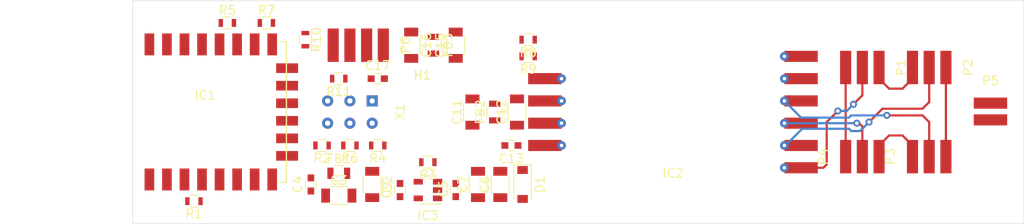
<source format=kicad_pcb>
(kicad_pcb (version 20171130) (host pcbnew "(5.1.5)-3")

  (general
    (thickness 1.6)
    (drawings 5)
    (tracks 59)
    (zones 0)
    (modules 39)
    (nets 35)
  )

  (page A4)
  (layers
    (0 F.Cu signal)
    (31 B.Cu signal)
    (32 B.Adhes user)
    (33 F.Adhes user)
    (34 B.Paste user)
    (35 F.Paste user)
    (36 B.SilkS user)
    (37 F.SilkS user)
    (38 B.Mask user)
    (39 F.Mask user)
    (40 Dwgs.User user)
    (41 Cmts.User user)
    (42 Eco1.User user)
    (43 Eco2.User user)
    (44 Edge.Cuts user)
    (45 Margin user)
    (46 B.CrtYd user)
    (47 F.CrtYd user)
    (48 B.Fab user)
    (49 F.Fab user)
  )

  (setup
    (last_trace_width 0.25)
    (trace_clearance 0.2)
    (zone_clearance 0.508)
    (zone_45_only no)
    (trace_min 0.2)
    (via_size 0.8)
    (via_drill 0.4)
    (via_min_size 0.4)
    (via_min_drill 0.3)
    (uvia_size 0.3)
    (uvia_drill 0.1)
    (uvias_allowed no)
    (uvia_min_size 0.2)
    (uvia_min_drill 0.1)
    (edge_width 0.05)
    (segment_width 0.2)
    (pcb_text_width 0.3)
    (pcb_text_size 1.5 1.5)
    (mod_edge_width 0.12)
    (mod_text_size 1 1)
    (mod_text_width 0.15)
    (pad_size 3.81 1.27)
    (pad_drill 0)
    (pad_to_mask_clearance 0.051)
    (solder_mask_min_width 0.25)
    (aux_axis_origin 0 0)
    (visible_elements 7FFDFFFF)
    (pcbplotparams
      (layerselection 0x010fc_ffffffff)
      (usegerberextensions false)
      (usegerberattributes false)
      (usegerberadvancedattributes false)
      (creategerberjobfile false)
      (excludeedgelayer true)
      (linewidth 0.100000)
      (plotframeref false)
      (viasonmask false)
      (mode 1)
      (useauxorigin false)
      (hpglpennumber 1)
      (hpglpenspeed 20)
      (hpglpendiameter 15.000000)
      (psnegative false)
      (psa4output false)
      (plotreference true)
      (plotvalue true)
      (plotinvisibletext false)
      (padsonsilk false)
      (subtractmaskfromsilk false)
      (outputformat 1)
      (mirror false)
      (drillshape 1)
      (scaleselection 1)
      (outputdirectory ""))
  )

  (net 0 "")
  (net 1 +3V3)
  (net 2 GND)
  (net 3 "Net-(C3-Pad1)")
  (net 4 "Net-(C5-Pad1)")
  (net 5 "Net-(C12-Pad1)")
  (net 6 "Net-(C16-Pad1)")
  (net 7 "Net-(D1-Pad2)")
  (net 8 RST)
  (net 9 "Net-(IC1-Pad3)")
  (net 10 LOADCELL_DOUT)
  (net 11 LOADCELL_SCK)
  (net 12 "Net-(IC1-Pad10)")
  (net 13 "Net-(IC1-Pad11)")
  (net 14 GPIO0)
  (net 15 DISP_SDA)
  (net 16 DISP_SCL)
  (net 17 RXD)
  (net 18 TXD)
  (net 19 "Net-(IC2-Pad4)")
  (net 20 "Net-(IC2-Pad3)")
  (net 21 "Net-(IC2-Pad11)")
  (net 22 /E-)
  (net 23 /A+)
  (net 24 /A-)
  (net 25 /E+)
  (net 26 "Net-(IC2-Pad12)")
  (net 27 /WH1)
  (net 28 /BL2)
  (net 29 /BL1)
  (net 30 /WH2)
  (net 31 "Net-(P6-Pad4)")
  (net 32 "Net-(P6-Pad3)")
  (net 33 "Net-(R4-Pad2)")
  (net 34 "Net-(IC3-Pad3)")

  (net_class Default "Toto je výchozí třída sítě."
    (clearance 0.2)
    (trace_width 0.25)
    (via_dia 0.8)
    (via_drill 0.4)
    (uvia_dia 0.3)
    (uvia_drill 0.1)
    (add_net +3V3)
    (add_net /A+)
    (add_net /A-)
    (add_net /BL1)
    (add_net /BL2)
    (add_net /E+)
    (add_net /E-)
    (add_net /WH1)
    (add_net /WH2)
    (add_net DISP_SCL)
    (add_net DISP_SDA)
    (add_net GND)
    (add_net GPIO0)
    (add_net LOADCELL_DOUT)
    (add_net LOADCELL_SCK)
    (add_net "Net-(C12-Pad1)")
    (add_net "Net-(C16-Pad1)")
    (add_net "Net-(C3-Pad1)")
    (add_net "Net-(C5-Pad1)")
    (add_net "Net-(D1-Pad2)")
    (add_net "Net-(IC1-Pad10)")
    (add_net "Net-(IC1-Pad11)")
    (add_net "Net-(IC1-Pad3)")
    (add_net "Net-(IC2-Pad11)")
    (add_net "Net-(IC2-Pad12)")
    (add_net "Net-(IC2-Pad3)")
    (add_net "Net-(IC2-Pad4)")
    (add_net "Net-(IC3-Pad3)")
    (add_net "Net-(P6-Pad3)")
    (add_net "Net-(P6-Pad4)")
    (add_net "Net-(R4-Pad2)")
    (add_net RST)
    (add_net RXD)
    (add_net TXD)
  )

  (module Capacitors_SMD:C_1206 (layer F.Cu) (tedit 58AA84B8) (tstamp 5FF31FF3)
    (at 123.19 93.98 270)
    (descr "Capacitor SMD 1206, reflow soldering, AVX (see smccp.pdf)")
    (tags "capacitor 1206")
    (path /6001529E)
    (attr smd)
    (fp_text reference C2 (at 0 -1.75 270) (layer F.SilkS)
      (effects (font (size 1 1) (thickness 0.15)))
    )
    (fp_text value 4u7 (at 0 2 270) (layer F.Fab)
      (effects (font (size 1 1) (thickness 0.15)))
    )
    (fp_text user %R (at 0 -1.75 270) (layer F.Fab)
      (effects (font (size 1 1) (thickness 0.15)))
    )
    (fp_line (start -1.6 0.8) (end -1.6 -0.8) (layer F.Fab) (width 0.1))
    (fp_line (start 1.6 0.8) (end -1.6 0.8) (layer F.Fab) (width 0.1))
    (fp_line (start 1.6 -0.8) (end 1.6 0.8) (layer F.Fab) (width 0.1))
    (fp_line (start -1.6 -0.8) (end 1.6 -0.8) (layer F.Fab) (width 0.1))
    (fp_line (start 1 -1.02) (end -1 -1.02) (layer F.SilkS) (width 0.12))
    (fp_line (start -1 1.02) (end 1 1.02) (layer F.SilkS) (width 0.12))
    (fp_line (start -2.25 -1.05) (end 2.25 -1.05) (layer F.CrtYd) (width 0.05))
    (fp_line (start -2.25 -1.05) (end -2.25 1.05) (layer F.CrtYd) (width 0.05))
    (fp_line (start 2.25 1.05) (end 2.25 -1.05) (layer F.CrtYd) (width 0.05))
    (fp_line (start 2.25 1.05) (end -2.25 1.05) (layer F.CrtYd) (width 0.05))
    (pad 1 smd rect (at -1.5 0 270) (size 1 1.6) (layers F.Cu F.Paste F.Mask)
      (net 1 +3V3))
    (pad 2 smd rect (at 1.5 0 270) (size 1 1.6) (layers F.Cu F.Paste F.Mask)
      (net 2 GND))
    (model Capacitors_SMD.3dshapes/C_1206.wrl
      (at (xyz 0 0 0))
      (scale (xyz 1 1 1))
      (rotate (xyz 0 0 0))
    )
  )

  (module Capacitors_SMD:C_1206 (layer F.Cu) (tedit 58AA84B8) (tstamp 5FF32004)
    (at 119.38 95.25)
    (descr "Capacitor SMD 1206, reflow soldering, AVX (see smccp.pdf)")
    (tags "capacitor 1206")
    (path /6001526D)
    (attr smd)
    (fp_text reference C3 (at 0 -1.75) (layer F.SilkS)
      (effects (font (size 1 1) (thickness 0.15)))
    )
    (fp_text value 4u7 (at 0 2) (layer F.Fab)
      (effects (font (size 1 1) (thickness 0.15)))
    )
    (fp_line (start 2.25 1.05) (end -2.25 1.05) (layer F.CrtYd) (width 0.05))
    (fp_line (start 2.25 1.05) (end 2.25 -1.05) (layer F.CrtYd) (width 0.05))
    (fp_line (start -2.25 -1.05) (end -2.25 1.05) (layer F.CrtYd) (width 0.05))
    (fp_line (start -2.25 -1.05) (end 2.25 -1.05) (layer F.CrtYd) (width 0.05))
    (fp_line (start -1 1.02) (end 1 1.02) (layer F.SilkS) (width 0.12))
    (fp_line (start 1 -1.02) (end -1 -1.02) (layer F.SilkS) (width 0.12))
    (fp_line (start -1.6 -0.8) (end 1.6 -0.8) (layer F.Fab) (width 0.1))
    (fp_line (start 1.6 -0.8) (end 1.6 0.8) (layer F.Fab) (width 0.1))
    (fp_line (start 1.6 0.8) (end -1.6 0.8) (layer F.Fab) (width 0.1))
    (fp_line (start -1.6 0.8) (end -1.6 -0.8) (layer F.Fab) (width 0.1))
    (fp_text user %R (at 0 -1.75) (layer F.Fab)
      (effects (font (size 1 1) (thickness 0.15)))
    )
    (pad 2 smd rect (at 1.5 0) (size 1 1.6) (layers F.Cu F.Paste F.Mask)
      (net 2 GND))
    (pad 1 smd rect (at -1.5 0) (size 1 1.6) (layers F.Cu F.Paste F.Mask)
      (net 3 "Net-(C3-Pad1)"))
    (model Capacitors_SMD.3dshapes/C_1206.wrl
      (at (xyz 0 0 0))
      (scale (xyz 1 1 1))
      (rotate (xyz 0 0 0))
    )
  )

  (module Capacitors_SMD:C_0603 (layer F.Cu) (tedit 59958EE7) (tstamp 5FF32015)
    (at 116.205 93.98 90)
    (descr "Capacitor SMD 0603, reflow soldering, AVX (see smccp.pdf)")
    (tags "capacitor 0603")
    (path /60015263)
    (attr smd)
    (fp_text reference C4 (at 0 -1.5 90) (layer F.SilkS)
      (effects (font (size 1 1) (thickness 0.15)))
    )
    (fp_text value 100n (at 0 1.5 90) (layer F.Fab)
      (effects (font (size 1 1) (thickness 0.15)))
    )
    (fp_text user %R (at 0 0 90) (layer F.Fab)
      (effects (font (size 0.3 0.3) (thickness 0.075)))
    )
    (fp_line (start -0.8 0.4) (end -0.8 -0.4) (layer F.Fab) (width 0.1))
    (fp_line (start 0.8 0.4) (end -0.8 0.4) (layer F.Fab) (width 0.1))
    (fp_line (start 0.8 -0.4) (end 0.8 0.4) (layer F.Fab) (width 0.1))
    (fp_line (start -0.8 -0.4) (end 0.8 -0.4) (layer F.Fab) (width 0.1))
    (fp_line (start -0.35 -0.6) (end 0.35 -0.6) (layer F.SilkS) (width 0.12))
    (fp_line (start 0.35 0.6) (end -0.35 0.6) (layer F.SilkS) (width 0.12))
    (fp_line (start -1.4 -0.65) (end 1.4 -0.65) (layer F.CrtYd) (width 0.05))
    (fp_line (start -1.4 -0.65) (end -1.4 0.65) (layer F.CrtYd) (width 0.05))
    (fp_line (start 1.4 0.65) (end 1.4 -0.65) (layer F.CrtYd) (width 0.05))
    (fp_line (start 1.4 0.65) (end -1.4 0.65) (layer F.CrtYd) (width 0.05))
    (pad 1 smd rect (at -0.75 0 90) (size 0.8 0.75) (layers F.Cu F.Paste F.Mask)
      (net 3 "Net-(C3-Pad1)"))
    (pad 2 smd rect (at 0.75 0 90) (size 0.8 0.75) (layers F.Cu F.Paste F.Mask)
      (net 2 GND))
    (model Capacitors_SMD.3dshapes/C_0603.wrl
      (at (xyz 0 0 0))
      (scale (xyz 1 1 1))
      (rotate (xyz 0 0 0))
    )
  )

  (module Capacitors_SMD:C_0603 (layer F.Cu) (tedit 5FF33B2D) (tstamp 5FF32026)
    (at 132.715 94.615 90)
    (descr "Capacitor SMD 0603, reflow soldering, AVX (see smccp.pdf)")
    (tags "capacitor 0603")
    (path /5FFDBE7C)
    (attr smd)
    (fp_text reference C5 (at 0.127 -1.397 90) (layer F.SilkS)
      (effects (font (size 1 1) (thickness 0.15)))
    )
    (fp_text value 100n (at 0 1.5 90) (layer F.Fab)
      (effects (font (size 1 1) (thickness 0.15)))
    )
    (fp_text user %R (at 0.127 -0.127 90) (layer F.Fab)
      (effects (font (size 0.3 0.3) (thickness 0.075)))
    )
    (fp_line (start -0.8 0.4) (end -0.8 -0.4) (layer F.Fab) (width 0.1))
    (fp_line (start 0.8 0.4) (end -0.8 0.4) (layer F.Fab) (width 0.1))
    (fp_line (start 0.8 -0.4) (end 0.8 0.4) (layer F.Fab) (width 0.1))
    (fp_line (start -0.8 -0.4) (end 0.8 -0.4) (layer F.Fab) (width 0.1))
    (fp_line (start -0.35 -0.6) (end 0.35 -0.6) (layer F.SilkS) (width 0.12))
    (fp_line (start 0.35 0.6) (end -0.35 0.6) (layer F.SilkS) (width 0.12))
    (fp_line (start -1.4 -0.65) (end 1.4 -0.65) (layer F.CrtYd) (width 0.05))
    (fp_line (start -1.4 -0.65) (end -1.4 0.65) (layer F.CrtYd) (width 0.05))
    (fp_line (start 1.4 0.65) (end 1.4 -0.65) (layer F.CrtYd) (width 0.05))
    (fp_line (start 1.4 0.65) (end -1.4 0.65) (layer F.CrtYd) (width 0.05))
    (pad 1 smd rect (at -0.75 0 90) (size 0.8 0.75) (layers F.Cu F.Paste F.Mask)
      (net 4 "Net-(C5-Pad1)"))
    (pad 2 smd rect (at 0.75 0 90) (size 0.8 0.75) (layers F.Cu F.Paste F.Mask)
      (net 2 GND))
    (model Capacitors_SMD.3dshapes/C_0603.wrl
      (at (xyz 0 0 0))
      (scale (xyz 1 1 1))
      (rotate (xyz 0 0 0))
    )
  )

  (module Capacitors_SMD:C_1206 (layer F.Cu) (tedit 58AA84B8) (tstamp 5FF32037)
    (at 137.795 93.98 90)
    (descr "Capacitor SMD 1206, reflow soldering, AVX (see smccp.pdf)")
    (tags "capacitor 1206")
    (path /5FFC6849)
    (attr smd)
    (fp_text reference C6 (at 0 -1.75 90) (layer F.SilkS)
      (effects (font (size 1 1) (thickness 0.15)))
    )
    (fp_text value 4u7 (at 0 2 90) (layer F.Fab)
      (effects (font (size 1 1) (thickness 0.15)))
    )
    (fp_text user %R (at 0 -1.75 90) (layer F.Fab)
      (effects (font (size 1 1) (thickness 0.15)))
    )
    (fp_line (start -1.6 0.8) (end -1.6 -0.8) (layer F.Fab) (width 0.1))
    (fp_line (start 1.6 0.8) (end -1.6 0.8) (layer F.Fab) (width 0.1))
    (fp_line (start 1.6 -0.8) (end 1.6 0.8) (layer F.Fab) (width 0.1))
    (fp_line (start -1.6 -0.8) (end 1.6 -0.8) (layer F.Fab) (width 0.1))
    (fp_line (start 1 -1.02) (end -1 -1.02) (layer F.SilkS) (width 0.12))
    (fp_line (start -1 1.02) (end 1 1.02) (layer F.SilkS) (width 0.12))
    (fp_line (start -2.25 -1.05) (end 2.25 -1.05) (layer F.CrtYd) (width 0.05))
    (fp_line (start -2.25 -1.05) (end -2.25 1.05) (layer F.CrtYd) (width 0.05))
    (fp_line (start 2.25 1.05) (end 2.25 -1.05) (layer F.CrtYd) (width 0.05))
    (fp_line (start 2.25 1.05) (end -2.25 1.05) (layer F.CrtYd) (width 0.05))
    (pad 1 smd rect (at -1.5 0 90) (size 1 1.6) (layers F.Cu F.Paste F.Mask)
      (net 4 "Net-(C5-Pad1)"))
    (pad 2 smd rect (at 1.5 0 90) (size 1 1.6) (layers F.Cu F.Paste F.Mask)
      (net 2 GND))
    (model Capacitors_SMD.3dshapes/C_1206.wrl
      (at (xyz 0 0 0))
      (scale (xyz 1 1 1))
      (rotate (xyz 0 0 0))
    )
  )

  (module Capacitors_SMD:C_1206 (layer F.Cu) (tedit 58AA84B8) (tstamp 5FF32048)
    (at 135.255 93.98 90)
    (descr "Capacitor SMD 1206, reflow soldering, AVX (see smccp.pdf)")
    (tags "capacitor 1206")
    (path /5FFE11B3)
    (attr smd)
    (fp_text reference C7 (at 0 -1.75 90) (layer F.SilkS)
      (effects (font (size 1 1) (thickness 0.15)))
    )
    (fp_text value 4u7 (at 0 2 90) (layer F.Fab)
      (effects (font (size 1 1) (thickness 0.15)))
    )
    (fp_line (start 2.25 1.05) (end -2.25 1.05) (layer F.CrtYd) (width 0.05))
    (fp_line (start 2.25 1.05) (end 2.25 -1.05) (layer F.CrtYd) (width 0.05))
    (fp_line (start -2.25 -1.05) (end -2.25 1.05) (layer F.CrtYd) (width 0.05))
    (fp_line (start -2.25 -1.05) (end 2.25 -1.05) (layer F.CrtYd) (width 0.05))
    (fp_line (start -1 1.02) (end 1 1.02) (layer F.SilkS) (width 0.12))
    (fp_line (start 1 -1.02) (end -1 -1.02) (layer F.SilkS) (width 0.12))
    (fp_line (start -1.6 -0.8) (end 1.6 -0.8) (layer F.Fab) (width 0.1))
    (fp_line (start 1.6 -0.8) (end 1.6 0.8) (layer F.Fab) (width 0.1))
    (fp_line (start 1.6 0.8) (end -1.6 0.8) (layer F.Fab) (width 0.1))
    (fp_line (start -1.6 0.8) (end -1.6 -0.8) (layer F.Fab) (width 0.1))
    (fp_text user %R (at 0 -1.75 90) (layer F.Fab)
      (effects (font (size 1 1) (thickness 0.15)))
    )
    (pad 2 smd rect (at 1.5 0 90) (size 1 1.6) (layers F.Cu F.Paste F.Mask)
      (net 2 GND))
    (pad 1 smd rect (at -1.5 0 90) (size 1 1.6) (layers F.Cu F.Paste F.Mask)
      (net 4 "Net-(C5-Pad1)"))
    (model Capacitors_SMD.3dshapes/C_1206.wrl
      (at (xyz 0 0 0))
      (scale (xyz 1 1 1))
      (rotate (xyz 0 0 0))
    )
  )

  (module Capacitors_SMD:C_1206 (layer F.Cu) (tedit 58AA84B8) (tstamp 5FF3208C)
    (at 134.62 85.725 90)
    (descr "Capacitor SMD 1206, reflow soldering, AVX (see smccp.pdf)")
    (tags "capacitor 1206")
    (path /5FF8C15A)
    (attr smd)
    (fp_text reference C11 (at 0 -1.75 90) (layer F.SilkS)
      (effects (font (size 1 1) (thickness 0.15)))
    )
    (fp_text value 4u7 (at 0 2 90) (layer F.Fab)
      (effects (font (size 1 1) (thickness 0.15)))
    )
    (fp_line (start 2.25 1.05) (end -2.25 1.05) (layer F.CrtYd) (width 0.05))
    (fp_line (start 2.25 1.05) (end 2.25 -1.05) (layer F.CrtYd) (width 0.05))
    (fp_line (start -2.25 -1.05) (end -2.25 1.05) (layer F.CrtYd) (width 0.05))
    (fp_line (start -2.25 -1.05) (end 2.25 -1.05) (layer F.CrtYd) (width 0.05))
    (fp_line (start -1 1.02) (end 1 1.02) (layer F.SilkS) (width 0.12))
    (fp_line (start 1 -1.02) (end -1 -1.02) (layer F.SilkS) (width 0.12))
    (fp_line (start -1.6 -0.8) (end 1.6 -0.8) (layer F.Fab) (width 0.1))
    (fp_line (start 1.6 -0.8) (end 1.6 0.8) (layer F.Fab) (width 0.1))
    (fp_line (start 1.6 0.8) (end -1.6 0.8) (layer F.Fab) (width 0.1))
    (fp_line (start -1.6 0.8) (end -1.6 -0.8) (layer F.Fab) (width 0.1))
    (fp_text user %R (at 0 -1.75 90) (layer F.Fab)
      (effects (font (size 1 1) (thickness 0.15)))
    )
    (pad 2 smd rect (at 1.5 0 90) (size 1 1.6) (layers F.Cu F.Paste F.Mask)
      (net 2 GND))
    (pad 1 smd rect (at -1.5 0 90) (size 1 1.6) (layers F.Cu F.Paste F.Mask)
      (net 1 +3V3))
    (model Capacitors_SMD.3dshapes/C_1206.wrl
      (at (xyz 0 0 0))
      (scale (xyz 1 1 1))
      (rotate (xyz 0 0 0))
    )
  )

  (module Capacitors_SMD:C_1206 (layer F.Cu) (tedit 58AA84B8) (tstamp 5FF3209D)
    (at 139.7 85.725 90)
    (descr "Capacitor SMD 1206, reflow soldering, AVX (see smccp.pdf)")
    (tags "capacitor 1206")
    (path /5FF7CE34)
    (attr smd)
    (fp_text reference C12 (at 0 -1.75 90) (layer F.SilkS)
      (effects (font (size 1 1) (thickness 0.15)))
    )
    (fp_text value 4u7 (at 0 2 90) (layer F.Fab)
      (effects (font (size 1 1) (thickness 0.15)))
    )
    (fp_line (start 2.25 1.05) (end -2.25 1.05) (layer F.CrtYd) (width 0.05))
    (fp_line (start 2.25 1.05) (end 2.25 -1.05) (layer F.CrtYd) (width 0.05))
    (fp_line (start -2.25 -1.05) (end -2.25 1.05) (layer F.CrtYd) (width 0.05))
    (fp_line (start -2.25 -1.05) (end 2.25 -1.05) (layer F.CrtYd) (width 0.05))
    (fp_line (start -1 1.02) (end 1 1.02) (layer F.SilkS) (width 0.12))
    (fp_line (start 1 -1.02) (end -1 -1.02) (layer F.SilkS) (width 0.12))
    (fp_line (start -1.6 -0.8) (end 1.6 -0.8) (layer F.Fab) (width 0.1))
    (fp_line (start 1.6 -0.8) (end 1.6 0.8) (layer F.Fab) (width 0.1))
    (fp_line (start 1.6 0.8) (end -1.6 0.8) (layer F.Fab) (width 0.1))
    (fp_line (start -1.6 0.8) (end -1.6 -0.8) (layer F.Fab) (width 0.1))
    (fp_text user %R (at 0 -1.75 90) (layer F.Fab)
      (effects (font (size 1 1) (thickness 0.15)))
    )
    (pad 2 smd rect (at 1.5 0 90) (size 1 1.6) (layers F.Cu F.Paste F.Mask)
      (net 2 GND))
    (pad 1 smd rect (at -1.5 0 90) (size 1 1.6) (layers F.Cu F.Paste F.Mask)
      (net 5 "Net-(C12-Pad1)"))
    (model Capacitors_SMD.3dshapes/C_1206.wrl
      (at (xyz 0 0 0))
      (scale (xyz 1 1 1))
      (rotate (xyz 0 0 0))
    )
  )

  (module Capacitors_SMD:C_0603 (layer F.Cu) (tedit 59958EE7) (tstamp 5FF320AE)
    (at 139.065 89.535 180)
    (descr "Capacitor SMD 0603, reflow soldering, AVX (see smccp.pdf)")
    (tags "capacitor 0603")
    (path /5FF7AFD8)
    (attr smd)
    (fp_text reference C13 (at 0 -1.5 180) (layer F.SilkS)
      (effects (font (size 1 1) (thickness 0.15)))
    )
    (fp_text value 100n (at 0 1.5 180) (layer F.Fab)
      (effects (font (size 1 1) (thickness 0.15)))
    )
    (fp_line (start 1.4 0.65) (end -1.4 0.65) (layer F.CrtYd) (width 0.05))
    (fp_line (start 1.4 0.65) (end 1.4 -0.65) (layer F.CrtYd) (width 0.05))
    (fp_line (start -1.4 -0.65) (end -1.4 0.65) (layer F.CrtYd) (width 0.05))
    (fp_line (start -1.4 -0.65) (end 1.4 -0.65) (layer F.CrtYd) (width 0.05))
    (fp_line (start 0.35 0.6) (end -0.35 0.6) (layer F.SilkS) (width 0.12))
    (fp_line (start -0.35 -0.6) (end 0.35 -0.6) (layer F.SilkS) (width 0.12))
    (fp_line (start -0.8 -0.4) (end 0.8 -0.4) (layer F.Fab) (width 0.1))
    (fp_line (start 0.8 -0.4) (end 0.8 0.4) (layer F.Fab) (width 0.1))
    (fp_line (start 0.8 0.4) (end -0.8 0.4) (layer F.Fab) (width 0.1))
    (fp_line (start -0.8 0.4) (end -0.8 -0.4) (layer F.Fab) (width 0.1))
    (fp_text user %R (at 0 0 180) (layer F.Fab)
      (effects (font (size 0.3 0.3) (thickness 0.075)))
    )
    (pad 2 smd rect (at 0.75 0 180) (size 0.8 0.75) (layers F.Cu F.Paste F.Mask)
      (net 2 GND))
    (pad 1 smd rect (at -0.75 0 180) (size 0.8 0.75) (layers F.Cu F.Paste F.Mask)
      (net 5 "Net-(C12-Pad1)"))
    (model Capacitors_SMD.3dshapes/C_0603.wrl
      (at (xyz 0 0 0))
      (scale (xyz 1 1 1))
      (rotate (xyz 0 0 0))
    )
  )

  (module Capacitors_SMD:C_1206 (layer F.Cu) (tedit 58AA84B8) (tstamp 5FF320D0)
    (at 132.715 78.105 90)
    (descr "Capacitor SMD 1206, reflow soldering, AVX (see smccp.pdf)")
    (tags "capacitor 1206")
    (path /6007CE48)
    (attr smd)
    (fp_text reference C15 (at 0 -1.75 90) (layer F.SilkS)
      (effects (font (size 1 1) (thickness 0.15)))
    )
    (fp_text value 4u7 (at 0 2 90) (layer F.Fab)
      (effects (font (size 1 1) (thickness 0.15)))
    )
    (fp_text user %R (at 0 -1.75 90) (layer F.Fab)
      (effects (font (size 1 1) (thickness 0.15)))
    )
    (fp_line (start -1.6 0.8) (end -1.6 -0.8) (layer F.Fab) (width 0.1))
    (fp_line (start 1.6 0.8) (end -1.6 0.8) (layer F.Fab) (width 0.1))
    (fp_line (start 1.6 -0.8) (end 1.6 0.8) (layer F.Fab) (width 0.1))
    (fp_line (start -1.6 -0.8) (end 1.6 -0.8) (layer F.Fab) (width 0.1))
    (fp_line (start 1 -1.02) (end -1 -1.02) (layer F.SilkS) (width 0.12))
    (fp_line (start -1 1.02) (end 1 1.02) (layer F.SilkS) (width 0.12))
    (fp_line (start -2.25 -1.05) (end 2.25 -1.05) (layer F.CrtYd) (width 0.05))
    (fp_line (start -2.25 -1.05) (end -2.25 1.05) (layer F.CrtYd) (width 0.05))
    (fp_line (start 2.25 1.05) (end 2.25 -1.05) (layer F.CrtYd) (width 0.05))
    (fp_line (start 2.25 1.05) (end -2.25 1.05) (layer F.CrtYd) (width 0.05))
    (pad 1 smd rect (at -1.5 0 90) (size 1 1.6) (layers F.Cu F.Paste F.Mask)
      (net 1 +3V3))
    (pad 2 smd rect (at 1.5 0 90) (size 1 1.6) (layers F.Cu F.Paste F.Mask)
      (net 2 GND))
    (model Capacitors_SMD.3dshapes/C_1206.wrl
      (at (xyz 0 0 0))
      (scale (xyz 1 1 1))
      (rotate (xyz 0 0 0))
    )
  )

  (module Capacitors_SMD:C_1206 (layer F.Cu) (tedit 58AA84B8) (tstamp 5FF320E1)
    (at 127.635 78.105 270)
    (descr "Capacitor SMD 1206, reflow soldering, AVX (see smccp.pdf)")
    (tags "capacitor 1206")
    (path /6007CE18)
    (attr smd)
    (fp_text reference C16 (at 0 -1.75 270) (layer F.SilkS)
      (effects (font (size 1 1) (thickness 0.15)))
    )
    (fp_text value 4u7 (at 0 2 270) (layer F.Fab)
      (effects (font (size 1 1) (thickness 0.15)))
    )
    (fp_line (start 2.25 1.05) (end -2.25 1.05) (layer F.CrtYd) (width 0.05))
    (fp_line (start 2.25 1.05) (end 2.25 -1.05) (layer F.CrtYd) (width 0.05))
    (fp_line (start -2.25 -1.05) (end -2.25 1.05) (layer F.CrtYd) (width 0.05))
    (fp_line (start -2.25 -1.05) (end 2.25 -1.05) (layer F.CrtYd) (width 0.05))
    (fp_line (start -1 1.02) (end 1 1.02) (layer F.SilkS) (width 0.12))
    (fp_line (start 1 -1.02) (end -1 -1.02) (layer F.SilkS) (width 0.12))
    (fp_line (start -1.6 -0.8) (end 1.6 -0.8) (layer F.Fab) (width 0.1))
    (fp_line (start 1.6 -0.8) (end 1.6 0.8) (layer F.Fab) (width 0.1))
    (fp_line (start 1.6 0.8) (end -1.6 0.8) (layer F.Fab) (width 0.1))
    (fp_line (start -1.6 0.8) (end -1.6 -0.8) (layer F.Fab) (width 0.1))
    (fp_text user %R (at 0 -1.75 270) (layer F.Fab)
      (effects (font (size 1 1) (thickness 0.15)))
    )
    (pad 2 smd rect (at 1.5 0 270) (size 1 1.6) (layers F.Cu F.Paste F.Mask)
      (net 2 GND))
    (pad 1 smd rect (at -1.5 0 270) (size 1 1.6) (layers F.Cu F.Paste F.Mask)
      (net 6 "Net-(C16-Pad1)"))
    (model Capacitors_SMD.3dshapes/C_1206.wrl
      (at (xyz 0 0 0))
      (scale (xyz 1 1 1))
      (rotate (xyz 0 0 0))
    )
  )

  (module Capacitors_SMD:C_0603 (layer F.Cu) (tedit 59958EE7) (tstamp 5FF320F2)
    (at 123.825 81.915)
    (descr "Capacitor SMD 0603, reflow soldering, AVX (see smccp.pdf)")
    (tags "capacitor 0603")
    (path /6007CE0E)
    (attr smd)
    (fp_text reference C17 (at 0 -1.5) (layer F.SilkS)
      (effects (font (size 1 1) (thickness 0.15)))
    )
    (fp_text value 100n (at 0 1.5) (layer F.Fab)
      (effects (font (size 1 1) (thickness 0.15)))
    )
    (fp_line (start 1.4 0.65) (end -1.4 0.65) (layer F.CrtYd) (width 0.05))
    (fp_line (start 1.4 0.65) (end 1.4 -0.65) (layer F.CrtYd) (width 0.05))
    (fp_line (start -1.4 -0.65) (end -1.4 0.65) (layer F.CrtYd) (width 0.05))
    (fp_line (start -1.4 -0.65) (end 1.4 -0.65) (layer F.CrtYd) (width 0.05))
    (fp_line (start 0.35 0.6) (end -0.35 0.6) (layer F.SilkS) (width 0.12))
    (fp_line (start -0.35 -0.6) (end 0.35 -0.6) (layer F.SilkS) (width 0.12))
    (fp_line (start -0.8 -0.4) (end 0.8 -0.4) (layer F.Fab) (width 0.1))
    (fp_line (start 0.8 -0.4) (end 0.8 0.4) (layer F.Fab) (width 0.1))
    (fp_line (start 0.8 0.4) (end -0.8 0.4) (layer F.Fab) (width 0.1))
    (fp_line (start -0.8 0.4) (end -0.8 -0.4) (layer F.Fab) (width 0.1))
    (fp_text user %R (at 0 0) (layer F.Fab)
      (effects (font (size 0.3 0.3) (thickness 0.075)))
    )
    (pad 2 smd rect (at 0.75 0) (size 0.8 0.75) (layers F.Cu F.Paste F.Mask)
      (net 2 GND))
    (pad 1 smd rect (at -0.75 0) (size 0.8 0.75) (layers F.Cu F.Paste F.Mask)
      (net 6 "Net-(C16-Pad1)"))
    (model Capacitors_SMD.3dshapes/C_0603.wrl
      (at (xyz 0 0 0))
      (scale (xyz 1 1 1))
      (rotate (xyz 0 0 0))
    )
  )

  (module Diodes_SMD:D_SOD-123 (layer F.Cu) (tedit 58645DC7) (tstamp 5FF3210B)
    (at 140.335 93.98 270)
    (descr SOD-123)
    (tags SOD-123)
    (path /5FFF7E99)
    (attr smd)
    (fp_text reference D1 (at 0 -2 270) (layer F.SilkS)
      (effects (font (size 1 1) (thickness 0.15)))
    )
    (fp_text value B5819W (at 0 2.1 270) (layer F.Fab)
      (effects (font (size 1 1) (thickness 0.15)))
    )
    (fp_line (start -2.25 -1) (end 1.65 -1) (layer F.SilkS) (width 0.12))
    (fp_line (start -2.25 1) (end 1.65 1) (layer F.SilkS) (width 0.12))
    (fp_line (start -2.35 -1.15) (end -2.35 1.15) (layer F.CrtYd) (width 0.05))
    (fp_line (start 2.35 1.15) (end -2.35 1.15) (layer F.CrtYd) (width 0.05))
    (fp_line (start 2.35 -1.15) (end 2.35 1.15) (layer F.CrtYd) (width 0.05))
    (fp_line (start -2.35 -1.15) (end 2.35 -1.15) (layer F.CrtYd) (width 0.05))
    (fp_line (start -1.4 -0.9) (end 1.4 -0.9) (layer F.Fab) (width 0.1))
    (fp_line (start 1.4 -0.9) (end 1.4 0.9) (layer F.Fab) (width 0.1))
    (fp_line (start 1.4 0.9) (end -1.4 0.9) (layer F.Fab) (width 0.1))
    (fp_line (start -1.4 0.9) (end -1.4 -0.9) (layer F.Fab) (width 0.1))
    (fp_line (start -0.75 0) (end -0.35 0) (layer F.Fab) (width 0.1))
    (fp_line (start -0.35 0) (end -0.35 -0.55) (layer F.Fab) (width 0.1))
    (fp_line (start -0.35 0) (end -0.35 0.55) (layer F.Fab) (width 0.1))
    (fp_line (start -0.35 0) (end 0.25 -0.4) (layer F.Fab) (width 0.1))
    (fp_line (start 0.25 -0.4) (end 0.25 0.4) (layer F.Fab) (width 0.1))
    (fp_line (start 0.25 0.4) (end -0.35 0) (layer F.Fab) (width 0.1))
    (fp_line (start 0.25 0) (end 0.75 0) (layer F.Fab) (width 0.1))
    (fp_line (start -2.25 -1) (end -2.25 1) (layer F.SilkS) (width 0.12))
    (fp_text user %R (at 0 -2 270) (layer F.Fab)
      (effects (font (size 1 1) (thickness 0.15)))
    )
    (pad 2 smd rect (at 1.65 0 270) (size 0.9 1.2) (layers F.Cu F.Paste F.Mask)
      (net 7 "Net-(D1-Pad2)"))
    (pad 1 smd rect (at -1.65 0 270) (size 0.9 1.2) (layers F.Cu F.Paste F.Mask)
      (net 4 "Net-(C5-Pad1)"))
    (model ${KISYS3DMOD}/Diodes_SMD.3dshapes/D_SOD-123.wrl
      (at (xyz 0 0 0))
      (scale (xyz 1 1 1))
      (rotate (xyz 0 0 0))
    )
  )

  (module Resistors_SMD:R_0805 (layer F.Cu) (tedit 58E0A804) (tstamp 5FF3211C)
    (at 119.38 92.71)
    (descr "Resistor SMD 0805, reflow soldering, Vishay (see dcrcw.pdf)")
    (tags "resistor 0805")
    (path /60015277)
    (attr smd)
    (fp_text reference FB1 (at 0 -1.65) (layer F.SilkS)
      (effects (font (size 1 1) (thickness 0.15)))
    )
    (fp_text value Ferrite_Bead_Small (at 0 1.75) (layer F.Fab)
      (effects (font (size 1 1) (thickness 0.15)))
    )
    (fp_text user %R (at 0 0) (layer F.Fab)
      (effects (font (size 0.5 0.5) (thickness 0.075)))
    )
    (fp_line (start -1 0.62) (end -1 -0.62) (layer F.Fab) (width 0.1))
    (fp_line (start 1 0.62) (end -1 0.62) (layer F.Fab) (width 0.1))
    (fp_line (start 1 -0.62) (end 1 0.62) (layer F.Fab) (width 0.1))
    (fp_line (start -1 -0.62) (end 1 -0.62) (layer F.Fab) (width 0.1))
    (fp_line (start 0.6 0.88) (end -0.6 0.88) (layer F.SilkS) (width 0.12))
    (fp_line (start -0.6 -0.88) (end 0.6 -0.88) (layer F.SilkS) (width 0.12))
    (fp_line (start -1.55 -0.9) (end 1.55 -0.9) (layer F.CrtYd) (width 0.05))
    (fp_line (start -1.55 -0.9) (end -1.55 0.9) (layer F.CrtYd) (width 0.05))
    (fp_line (start 1.55 0.9) (end 1.55 -0.9) (layer F.CrtYd) (width 0.05))
    (fp_line (start 1.55 0.9) (end -1.55 0.9) (layer F.CrtYd) (width 0.05))
    (pad 1 smd rect (at -0.95 0) (size 0.7 1.3) (layers F.Cu F.Paste F.Mask)
      (net 3 "Net-(C3-Pad1)"))
    (pad 2 smd rect (at 0.95 0) (size 0.7 1.3) (layers F.Cu F.Paste F.Mask)
      (net 1 +3V3))
    (model ${KISYS3DMOD}/Resistors_SMD.3dshapes/R_0805.wrl
      (at (xyz 0 0 0))
      (scale (xyz 1 1 1))
      (rotate (xyz 0 0 0))
    )
  )

  (module Resistors_SMD:R_0805 (layer F.Cu) (tedit 58E0A804) (tstamp 5FF3212D)
    (at 137.16 85.725 90)
    (descr "Resistor SMD 0805, reflow soldering, Vishay (see dcrcw.pdf)")
    (tags "resistor 0805")
    (path /5FF7DDDA)
    (attr smd)
    (fp_text reference FB2 (at 0 -1.65 90) (layer F.SilkS)
      (effects (font (size 1 1) (thickness 0.15)))
    )
    (fp_text value Ferrite_Bead_Small (at 0 1.75 90) (layer F.Fab)
      (effects (font (size 1 1) (thickness 0.15)))
    )
    (fp_line (start 1.55 0.9) (end -1.55 0.9) (layer F.CrtYd) (width 0.05))
    (fp_line (start 1.55 0.9) (end 1.55 -0.9) (layer F.CrtYd) (width 0.05))
    (fp_line (start -1.55 -0.9) (end -1.55 0.9) (layer F.CrtYd) (width 0.05))
    (fp_line (start -1.55 -0.9) (end 1.55 -0.9) (layer F.CrtYd) (width 0.05))
    (fp_line (start -0.6 -0.88) (end 0.6 -0.88) (layer F.SilkS) (width 0.12))
    (fp_line (start 0.6 0.88) (end -0.6 0.88) (layer F.SilkS) (width 0.12))
    (fp_line (start -1 -0.62) (end 1 -0.62) (layer F.Fab) (width 0.1))
    (fp_line (start 1 -0.62) (end 1 0.62) (layer F.Fab) (width 0.1))
    (fp_line (start 1 0.62) (end -1 0.62) (layer F.Fab) (width 0.1))
    (fp_line (start -1 0.62) (end -1 -0.62) (layer F.Fab) (width 0.1))
    (fp_text user %R (at 0 0 90) (layer F.Fab)
      (effects (font (size 0.5 0.5) (thickness 0.075)))
    )
    (pad 2 smd rect (at 0.95 0 90) (size 0.7 1.3) (layers F.Cu F.Paste F.Mask)
      (net 1 +3V3))
    (pad 1 smd rect (at -0.95 0 90) (size 0.7 1.3) (layers F.Cu F.Paste F.Mask)
      (net 5 "Net-(C12-Pad1)"))
    (model ${KISYS3DMOD}/Resistors_SMD.3dshapes/R_0805.wrl
      (at (xyz 0 0 0))
      (scale (xyz 1 1 1))
      (rotate (xyz 0 0 0))
    )
  )

  (module Resistors_SMD:R_0805 (layer F.Cu) (tedit 58E0A804) (tstamp 5FF3213E)
    (at 130.175 78.105 270)
    (descr "Resistor SMD 0805, reflow soldering, Vishay (see dcrcw.pdf)")
    (tags "resistor 0805")
    (path /6007CE22)
    (attr smd)
    (fp_text reference FB3 (at 0 -1.65 90) (layer F.SilkS)
      (effects (font (size 1 1) (thickness 0.15)))
    )
    (fp_text value Ferrite_Bead_Small (at 0 1.75 90) (layer F.Fab)
      (effects (font (size 1 1) (thickness 0.15)))
    )
    (fp_line (start 1.55 0.9) (end -1.55 0.9) (layer F.CrtYd) (width 0.05))
    (fp_line (start 1.55 0.9) (end 1.55 -0.9) (layer F.CrtYd) (width 0.05))
    (fp_line (start -1.55 -0.9) (end -1.55 0.9) (layer F.CrtYd) (width 0.05))
    (fp_line (start -1.55 -0.9) (end 1.55 -0.9) (layer F.CrtYd) (width 0.05))
    (fp_line (start -0.6 -0.88) (end 0.6 -0.88) (layer F.SilkS) (width 0.12))
    (fp_line (start 0.6 0.88) (end -0.6 0.88) (layer F.SilkS) (width 0.12))
    (fp_line (start -1 -0.62) (end 1 -0.62) (layer F.Fab) (width 0.1))
    (fp_line (start 1 -0.62) (end 1 0.62) (layer F.Fab) (width 0.1))
    (fp_line (start 1 0.62) (end -1 0.62) (layer F.Fab) (width 0.1))
    (fp_line (start -1 0.62) (end -1 -0.62) (layer F.Fab) (width 0.1))
    (fp_text user %R (at 0 0 90) (layer F.Fab)
      (effects (font (size 0.5 0.5) (thickness 0.075)))
    )
    (pad 2 smd rect (at 0.95 0 270) (size 0.7 1.3) (layers F.Cu F.Paste F.Mask)
      (net 1 +3V3))
    (pad 1 smd rect (at -0.95 0 270) (size 0.7 1.3) (layers F.Cu F.Paste F.Mask)
      (net 6 "Net-(C16-Pad1)"))
    (model ${KISYS3DMOD}/Resistors_SMD.3dshapes/R_0805.wrl
      (at (xyz 0 0 0))
      (scale (xyz 1 1 1))
      (rotate (xyz 0 0 0))
    )
  )

  (module ESP8266:ESP-12E_SMD (layer F.Cu) (tedit 58FB7FFE) (tstamp 5FF3216C)
    (at 97.79 92.71 90)
    (descr "Module, ESP-8266, ESP-12, 16 pad, SMD")
    (tags "Module ESP-8266 ESP8266")
    (path /5FF2C7EC)
    (fp_text reference IC1 (at 8.89 6.35 180) (layer F.SilkS)
      (effects (font (size 1 1) (thickness 0.15)))
    )
    (fp_text value ESP-12E (at 5.08 6.35 180) (layer F.Fab) hide
      (effects (font (size 1 1) (thickness 0.15)))
    )
    (fp_line (start -2.25 -0.5) (end -2.25 -8.75) (layer F.CrtYd) (width 0.05))
    (fp_line (start -2.25 -8.75) (end 15.25 -8.75) (layer F.CrtYd) (width 0.05))
    (fp_line (start 15.25 -8.75) (end 16.25 -8.75) (layer F.CrtYd) (width 0.05))
    (fp_line (start 16.25 -8.75) (end 16.25 16) (layer F.CrtYd) (width 0.05))
    (fp_line (start 16.25 16) (end -2.25 16) (layer F.CrtYd) (width 0.05))
    (fp_line (start -2.25 16) (end -2.25 -0.5) (layer F.CrtYd) (width 0.05))
    (fp_line (start -1.016 -8.382) (end 14.986 -8.382) (layer F.CrtYd) (width 0.1524))
    (fp_line (start 14.986 -8.382) (end 14.986 -0.889) (layer F.CrtYd) (width 0.1524))
    (fp_line (start -1.016 -8.382) (end -1.016 -1.016) (layer F.CrtYd) (width 0.1524))
    (fp_line (start -1.016 14.859) (end -1.016 15.621) (layer F.SilkS) (width 0.1524))
    (fp_line (start -1.016 15.621) (end 14.986 15.621) (layer F.SilkS) (width 0.1524))
    (fp_line (start 14.986 15.621) (end 14.986 14.859) (layer F.SilkS) (width 0.1524))
    (fp_line (start 14.992 -8.4) (end -1.008 -2.6) (layer F.CrtYd) (width 0.1524))
    (fp_line (start -1.008 -8.4) (end 14.992 -2.6) (layer F.CrtYd) (width 0.1524))
    (fp_text user "No Copper" (at 6.892 -5.4 90) (layer F.CrtYd)
      (effects (font (size 1 1) (thickness 0.15)))
    )
    (fp_line (start -1.008 -2.6) (end 14.992 -2.6) (layer F.CrtYd) (width 0.1524))
    (fp_line (start 15 -8.4) (end 15 15.6) (layer F.Fab) (width 0.05))
    (fp_line (start 14.992 15.6) (end -1.008 15.6) (layer F.Fab) (width 0.05))
    (fp_line (start -1.008 15.6) (end -1.008 -8.4) (layer F.Fab) (width 0.05))
    (fp_line (start -1.008 -8.4) (end 14.992 -8.4) (layer F.Fab) (width 0.05))
    (pad 1 smd rect (at 0 0 90) (size 2.5 1.1) (drill (offset -0.7 0)) (layers F.Cu F.Paste F.Mask)
      (net 8 RST))
    (pad 2 smd rect (at 0 2 90) (size 2.5 1.1) (drill (offset -0.7 0)) (layers F.Cu F.Paste F.Mask))
    (pad 3 smd rect (at 0 4 90) (size 2.5 1.1) (drill (offset -0.7 0)) (layers F.Cu F.Paste F.Mask)
      (net 9 "Net-(IC1-Pad3)"))
    (pad 4 smd rect (at 0 6 90) (size 2.5 1.1) (drill (offset -0.7 0)) (layers F.Cu F.Paste F.Mask))
    (pad 5 smd rect (at 0 8 90) (size 2.5 1.1) (drill (offset -0.7 0)) (layers F.Cu F.Paste F.Mask)
      (net 10 LOADCELL_DOUT))
    (pad 6 smd rect (at 0 10 90) (size 2.5 1.1) (drill (offset -0.7 0)) (layers F.Cu F.Paste F.Mask)
      (net 11 LOADCELL_SCK))
    (pad 7 smd rect (at 0 12 90) (size 2.5 1.1) (drill (offset -0.7 0)) (layers F.Cu F.Paste F.Mask))
    (pad 8 smd rect (at 0 14 90) (size 2.5 1.1) (drill (offset -0.7 0)) (layers F.Cu F.Paste F.Mask)
      (net 3 "Net-(C3-Pad1)"))
    (pad 9 smd rect (at 14 14 90) (size 2.5 1.1) (drill (offset 0.7 0)) (layers F.Cu F.Paste F.Mask)
      (net 2 GND))
    (pad 10 smd rect (at 14 12 90) (size 2.5 1.1) (drill (offset 0.7 0)) (layers F.Cu F.Paste F.Mask)
      (net 12 "Net-(IC1-Pad10)"))
    (pad 11 smd rect (at 14 10 90) (size 2.5 1.1) (drill (offset 0.7 0)) (layers F.Cu F.Paste F.Mask)
      (net 13 "Net-(IC1-Pad11)"))
    (pad 12 smd rect (at 14 8 90) (size 2.5 1.1) (drill (offset 0.7 0)) (layers F.Cu F.Paste F.Mask)
      (net 14 GPIO0))
    (pad 13 smd rect (at 14 6 90) (size 2.5 1.1) (drill (offset 0.7 0)) (layers F.Cu F.Paste F.Mask)
      (net 15 DISP_SDA))
    (pad 14 smd rect (at 14 4 90) (size 2.5 1.1) (drill (offset 0.7 0)) (layers F.Cu F.Paste F.Mask)
      (net 16 DISP_SCL))
    (pad 15 smd rect (at 14 2 90) (size 2.5 1.1) (drill (offset 0.7 0)) (layers F.Cu F.Paste F.Mask)
      (net 17 RXD))
    (pad 16 smd rect (at 14 0 90) (size 2.5 1.1) (drill (offset 0.7 0)) (layers F.Cu F.Paste F.Mask)
      (net 18 TXD))
    (pad 17 smd rect (at 1.99 15 180) (size 2.5 1.1) (drill (offset -0.7 0)) (layers F.Cu F.Paste F.Mask))
    (pad 18 smd rect (at 3.99 15 180) (size 2.5 1.1) (drill (offset -0.7 0)) (layers F.Cu F.Paste F.Mask))
    (pad 19 smd rect (at 5.99 15 180) (size 2.5 1.1) (drill (offset -0.7 0)) (layers F.Cu F.Paste F.Mask))
    (pad 20 smd rect (at 7.99 15 180) (size 2.5 1.1) (drill (offset -0.7 0)) (layers F.Cu F.Paste F.Mask))
    (pad 21 smd rect (at 9.99 15 180) (size 2.5 1.1) (drill (offset -0.7 0)) (layers F.Cu F.Paste F.Mask))
    (pad 22 smd rect (at 11.99 15 180) (size 2.5 1.1) (drill (offset -0.7 0)) (layers F.Cu F.Paste F.Mask))
    (model ${ESPLIB}/ESP8266.3dshapes/ESP-12.wrl
      (at (xyz 0 0 0))
      (scale (xyz 0.3937 0.3937 0.3937))
      (rotate (xyz 0 0 0))
    )
  )

  (module keg01:hx711_shl (layer F.Cu) (tedit 5FF30E05) (tstamp 5FF32188)
    (at 157.48 85.725)
    (path /5FF48D0D)
    (fp_text reference IC2 (at 0 6.985) (layer F.SilkS)
      (effects (font (size 1 1) (thickness 0.15)))
    )
    (fp_text value HX711_SHL (at -8.255 -6.985) (layer F.Fab)
      (effects (font (size 1 1) (thickness 0.15)))
    )
    (fp_line (start 13.97 8.89) (end 13.97 -8.89) (layer F.CrtYd) (width 0.12))
    (fp_line (start -13.97 8.89) (end 13.97 8.89) (layer F.CrtYd) (width 0.12))
    (fp_line (start -13.97 -8.89) (end -13.97 8.89) (layer F.CrtYd) (width 0.12))
    (fp_line (start 13.97 -8.89) (end -13.97 -8.89) (layer F.CrtYd) (width 0.12))
    (pad 5 smd rect (at -14.605 3.81) (size 3.81 1.27) (layers F.Cu F.Paste F.Mask)
      (net 5 "Net-(C12-Pad1)"))
    (pad 4 smd rect (at -14.605 1.27) (size 3.81 1.27) (layers F.Cu F.Paste F.Mask)
      (net 19 "Net-(IC2-Pad4)"))
    (pad 3 smd rect (at -14.605 -1.27) (size 3.81 1.27) (layers F.Cu F.Paste F.Mask)
      (net 20 "Net-(IC2-Pad3)"))
    (pad 2 smd rect (at -14.605 -3.81) (size 3.81 1.27) (layers F.Cu F.Paste F.Mask)
      (net 2 GND))
    (pad 11 smd rect (at 14.605 -3.81) (size 3.81 1.27) (layers F.Cu F.Paste F.Mask)
      (net 21 "Net-(IC2-Pad11)"))
    (pad 10 smd rect (at 14.605 -1.27) (size 3.81 1.27) (layers F.Cu F.Paste F.Mask)
      (net 22 /E-))
    (pad 9 smd rect (at 14.605 1.27) (size 3.81 1.27) (layers F.Cu F.Paste F.Mask)
      (net 23 /A+))
    (pad 8 smd rect (at 14.605 3.81) (size 3.81 1.27) (layers F.Cu F.Paste F.Mask)
      (net 24 /A-))
    (pad 7 smd rect (at 14.605 6.35) (size 3.81 1.27) (layers F.Cu F.Paste F.Mask)
      (net 25 /E+))
    (pad 12 smd rect (at 14.605 -6.35) (size 3.81 1.27) (layers F.Cu F.Paste F.Mask)
      (net 26 "Net-(IC2-Pad12)"))
    (pad 5 thru_hole circle (at -12.7 3.81) (size 1 1) (drill 0.4) (layers *.Cu *.Mask)
      (net 5 "Net-(C12-Pad1)"))
    (pad 4 thru_hole circle (at -12.7 1.27) (size 1 1) (drill 0.4) (layers *.Cu *.Mask)
      (net 19 "Net-(IC2-Pad4)"))
    (pad 3 thru_hole circle (at -12.7 -1.27) (size 1 1) (drill 0.4) (layers *.Cu *.Mask)
      (net 20 "Net-(IC2-Pad3)"))
    (pad 2 thru_hole circle (at -12.7 -3.81) (size 1 1) (drill 0.4) (layers *.Cu *.Mask)
      (net 2 GND))
    (pad 11 thru_hole circle (at 12.7 -3.81) (size 1 1) (drill 0.4) (layers *.Cu *.Mask)
      (net 21 "Net-(IC2-Pad11)"))
    (pad 10 thru_hole circle (at 12.7 -1.27) (size 1 1) (drill 0.4) (layers *.Cu *.Mask)
      (net 22 /E-))
    (pad 9 thru_hole circle (at 12.7 1.27) (size 1 1) (drill 0.4) (layers *.Cu *.Mask)
      (net 23 /A+))
    (pad 8 thru_hole circle (at 12.7 3.81) (size 1 1) (drill 0.4) (layers *.Cu *.Mask)
      (net 24 /A-))
    (pad 12 thru_hole circle (at 12.7 -6.35) (size 1 1) (drill 0.4) (layers *.Cu *.Mask)
      (net 26 "Net-(IC2-Pad12)"))
    (pad 7 thru_hole circle (at 12.7 6.35) (size 1 1) (drill 0.4) (layers *.Cu *.Mask)
      (net 25 /E+))
  )

  (module keg01:LC_CONN (layer F.Cu) (tedit 5FF31305) (tstamp 5FF3218F)
    (at 179.07 80.645 90)
    (path /5FF4C6F4)
    (fp_text reference P1 (at 0 4.445 90) (layer F.SilkS)
      (effects (font (size 1 1) (thickness 0.15)))
    )
    (fp_text value Conn_01x03 (at 0 -4.445 90) (layer F.Fab)
      (effects (font (size 1 1) (thickness 0.15)))
    )
    (pad 3 smd rect (at 0 1.905 90) (size 3.81 1.27) (layers F.Cu F.Paste F.Mask)
      (net 27 /WH1))
    (pad 2 smd rect (at 0 0 90) (size 3.81 1.27) (layers F.Cu F.Paste F.Mask)
      (net 25 /E+))
    (pad 1 smd rect (at 0 -1.905 90) (size 3.81 1.27) (layers F.Cu F.Paste F.Mask)
      (net 28 /BL2))
  )

  (module keg01:LC_CONN (layer F.Cu) (tedit 5FF31305) (tstamp 5FF32196)
    (at 186.69 80.645 90)
    (path /5FF4D5DC)
    (fp_text reference P2 (at 0 4.445 90) (layer F.SilkS)
      (effects (font (size 1 1) (thickness 0.15)))
    )
    (fp_text value Conn_01x03 (at 0 -4.445 90) (layer F.Fab)
      (effects (font (size 1 1) (thickness 0.15)))
    )
    (pad 1 smd rect (at 0 -1.905 90) (size 3.81 1.27) (layers F.Cu F.Paste F.Mask)
      (net 27 /WH1))
    (pad 2 smd rect (at 0 0 90) (size 3.81 1.27) (layers F.Cu F.Paste F.Mask)
      (net 24 /A-))
    (pad 3 smd rect (at 0 1.905 90) (size 3.81 1.27) (layers F.Cu F.Paste F.Mask)
      (net 29 /BL1))
  )

  (module keg01:LC_CONN (layer F.Cu) (tedit 5FF31305) (tstamp 5FF3219D)
    (at 186.69 90.805 270)
    (path /5FF4DB37)
    (fp_text reference P3 (at 0 4.445 270) (layer F.SilkS)
      (effects (font (size 1 1) (thickness 0.15)))
    )
    (fp_text value Conn_01x03 (at 0 -4.445 270) (layer F.Fab)
      (effects (font (size 1 1) (thickness 0.15)))
    )
    (pad 3 smd rect (at 0 1.905 270) (size 3.81 1.27) (layers F.Cu F.Paste F.Mask)
      (net 30 /WH2))
    (pad 2 smd rect (at 0 0 270) (size 3.81 1.27) (layers F.Cu F.Paste F.Mask)
      (net 22 /E-))
    (pad 1 smd rect (at 0 -1.905 270) (size 3.81 1.27) (layers F.Cu F.Paste F.Mask)
      (net 29 /BL1))
  )

  (module keg01:LC_CONN (layer F.Cu) (tedit 5FF31305) (tstamp 5FF321A4)
    (at 179.07 90.805 270)
    (path /5FF4E425)
    (fp_text reference P4 (at 0 4.445 270) (layer F.SilkS)
      (effects (font (size 1 1) (thickness 0.15)))
    )
    (fp_text value Conn_01x03 (at 0 -4.445 270) (layer F.Fab)
      (effects (font (size 1 1) (thickness 0.15)))
    )
    (pad 1 smd rect (at 0 -1.905 270) (size 3.81 1.27) (layers F.Cu F.Paste F.Mask)
      (net 30 /WH2))
    (pad 2 smd rect (at 0 0 270) (size 3.81 1.27) (layers F.Cu F.Paste F.Mask)
      (net 23 /A+))
    (pad 3 smd rect (at 0 1.905 270) (size 3.81 1.27) (layers F.Cu F.Paste F.Mask)
      (net 28 /BL2))
  )

  (module keg01:PWR_CONN (layer F.Cu) (tedit 5FF315D0) (tstamp 5FF321AA)
    (at 193.675 85.979 180)
    (path /6002E3BC)
    (fp_text reference P5 (at 0 3.81 180) (layer F.SilkS)
      (effects (font (size 1 1) (thickness 0.15)))
    )
    (fp_text value Conn_01x02 (at 0 -3.175 180) (layer F.Fab)
      (effects (font (size 1 1) (thickness 0.15)))
    )
    (pad 2 smd rect (at 0 -0.635 180) (size 3.81 1.27) (layers F.Cu F.Paste F.Mask)
      (net 7 "Net-(D1-Pad2)"))
    (pad 1 smd rect (at 0 1.27 180) (size 3.81 1.27) (layers F.Cu F.Paste F.Mask)
      (net 2 GND))
  )

  (module keg01:DISP_CONN (layer F.Cu) (tedit 5FF31368) (tstamp 5FF321B2)
    (at 121.285 78.105 90)
    (path /60077674)
    (fp_text reference P6 (at 0 5.715 -90) (layer F.SilkS)
      (effects (font (size 1 1) (thickness 0.15)))
    )
    (fp_text value Conn_01x04 (at 0 -5.08 -90) (layer F.Fab)
      (effects (font (size 1 1) (thickness 0.15)))
    )
    (pad 4 smd rect (at 0 -2.54 90) (size 3.81 1.27) (layers F.Cu F.Paste F.Mask)
      (net 31 "Net-(P6-Pad4)"))
    (pad 3 smd rect (at 0 -0.635 90) (size 3.81 1.27) (layers F.Cu F.Paste F.Mask)
      (net 32 "Net-(P6-Pad3)"))
    (pad 2 smd rect (at 0 1.27 90) (size 3.81 1.27) (layers F.Cu F.Paste F.Mask)
      (net 6 "Net-(C16-Pad1)"))
    (pad 1 smd rect (at 0 3.175 90) (size 3.81 1.27) (layers F.Cu F.Paste F.Mask)
      (net 2 GND))
  )

  (module Resistors_SMD:R_0603 (layer F.Cu) (tedit 58E0A804) (tstamp 5FF321C3)
    (at 102.87 95.885 180)
    (descr "Resistor SMD 0603, reflow soldering, Vishay (see dcrcw.pdf)")
    (tags "resistor 0603")
    (path /5FF2E49F)
    (attr smd)
    (fp_text reference R1 (at 0 -1.45 180) (layer F.SilkS)
      (effects (font (size 1 1) (thickness 0.15)))
    )
    (fp_text value 10k (at 0 1.5 180) (layer F.Fab)
      (effects (font (size 1 1) (thickness 0.15)))
    )
    (fp_text user %R (at 0 0 180) (layer F.Fab)
      (effects (font (size 0.4 0.4) (thickness 0.075)))
    )
    (fp_line (start -0.8 0.4) (end -0.8 -0.4) (layer F.Fab) (width 0.1))
    (fp_line (start 0.8 0.4) (end -0.8 0.4) (layer F.Fab) (width 0.1))
    (fp_line (start 0.8 -0.4) (end 0.8 0.4) (layer F.Fab) (width 0.1))
    (fp_line (start -0.8 -0.4) (end 0.8 -0.4) (layer F.Fab) (width 0.1))
    (fp_line (start 0.5 0.68) (end -0.5 0.68) (layer F.SilkS) (width 0.12))
    (fp_line (start -0.5 -0.68) (end 0.5 -0.68) (layer F.SilkS) (width 0.12))
    (fp_line (start -1.25 -0.7) (end 1.25 -0.7) (layer F.CrtYd) (width 0.05))
    (fp_line (start -1.25 -0.7) (end -1.25 0.7) (layer F.CrtYd) (width 0.05))
    (fp_line (start 1.25 0.7) (end 1.25 -0.7) (layer F.CrtYd) (width 0.05))
    (fp_line (start 1.25 0.7) (end -1.25 0.7) (layer F.CrtYd) (width 0.05))
    (pad 1 smd rect (at -0.75 0 180) (size 0.5 0.9) (layers F.Cu F.Paste F.Mask)
      (net 1 +3V3))
    (pad 2 smd rect (at 0.75 0 180) (size 0.5 0.9) (layers F.Cu F.Paste F.Mask)
      (net 9 "Net-(IC1-Pad3)"))
    (model ${KISYS3DMOD}/Resistors_SMD.3dshapes/R_0603.wrl
      (at (xyz 0 0 0))
      (scale (xyz 1 1 1))
      (rotate (xyz 0 0 0))
    )
  )

  (module Resistors_SMD:R_0603 (layer F.Cu) (tedit 58E0A804) (tstamp 5FF321D4)
    (at 117.475 89.535 180)
    (descr "Resistor SMD 0603, reflow soldering, Vishay (see dcrcw.pdf)")
    (tags "resistor 0603")
    (path /5FF2DF8C)
    (attr smd)
    (fp_text reference R2 (at 0 -1.45 180) (layer F.SilkS)
      (effects (font (size 1 1) (thickness 0.15)))
    )
    (fp_text value 10k (at 0 1.5 180) (layer F.Fab)
      (effects (font (size 1 1) (thickness 0.15)))
    )
    (fp_text user %R (at 0 0 180) (layer F.Fab)
      (effects (font (size 0.4 0.4) (thickness 0.075)))
    )
    (fp_line (start -0.8 0.4) (end -0.8 -0.4) (layer F.Fab) (width 0.1))
    (fp_line (start 0.8 0.4) (end -0.8 0.4) (layer F.Fab) (width 0.1))
    (fp_line (start 0.8 -0.4) (end 0.8 0.4) (layer F.Fab) (width 0.1))
    (fp_line (start -0.8 -0.4) (end 0.8 -0.4) (layer F.Fab) (width 0.1))
    (fp_line (start 0.5 0.68) (end -0.5 0.68) (layer F.SilkS) (width 0.12))
    (fp_line (start -0.5 -0.68) (end 0.5 -0.68) (layer F.SilkS) (width 0.12))
    (fp_line (start -1.25 -0.7) (end 1.25 -0.7) (layer F.CrtYd) (width 0.05))
    (fp_line (start -1.25 -0.7) (end -1.25 0.7) (layer F.CrtYd) (width 0.05))
    (fp_line (start 1.25 0.7) (end 1.25 -0.7) (layer F.CrtYd) (width 0.05))
    (fp_line (start 1.25 0.7) (end -1.25 0.7) (layer F.CrtYd) (width 0.05))
    (pad 1 smd rect (at -0.75 0 180) (size 0.5 0.9) (layers F.Cu F.Paste F.Mask)
      (net 1 +3V3))
    (pad 2 smd rect (at 0.75 0 180) (size 0.5 0.9) (layers F.Cu F.Paste F.Mask)
      (net 8 RST))
    (model ${KISYS3DMOD}/Resistors_SMD.3dshapes/R_0603.wrl
      (at (xyz 0 0 0))
      (scale (xyz 1 1 1))
      (rotate (xyz 0 0 0))
    )
  )

  (module Resistors_SMD:R_0603 (layer F.Cu) (tedit 5FF33FF7) (tstamp 5FF321E5)
    (at 129.54 91.44 180)
    (descr "Resistor SMD 0603, reflow soldering, Vishay (see dcrcw.pdf)")
    (tags "resistor 0603")
    (path /5FFC11B4)
    (attr smd)
    (fp_text reference R3 (at 0 -1.45 180) (layer F.SilkS)
      (effects (font (size 1 1) (thickness 0.15)))
    )
    (fp_text value 10k (at 0 1.5 180) (layer F.Fab)
      (effects (font (size 1 1) (thickness 0.15)))
    )
    (fp_line (start 1.25 0.7) (end -1.25 0.7) (layer F.CrtYd) (width 0.05))
    (fp_line (start 1.25 0.7) (end 1.25 -0.7) (layer F.CrtYd) (width 0.05))
    (fp_line (start -1.25 -0.7) (end -1.25 0.7) (layer F.CrtYd) (width 0.05))
    (fp_line (start -1.25 -0.7) (end 1.25 -0.7) (layer F.CrtYd) (width 0.05))
    (fp_line (start -0.5 -0.68) (end 0.5 -0.68) (layer F.SilkS) (width 0.12))
    (fp_line (start 0.5 0.68) (end -0.5 0.68) (layer F.SilkS) (width 0.12))
    (fp_line (start -0.8 -0.4) (end 0.8 -0.4) (layer F.Fab) (width 0.1))
    (fp_line (start 0.8 -0.4) (end 0.8 0.4) (layer F.Fab) (width 0.1))
    (fp_line (start 0.8 0.4) (end -0.8 0.4) (layer F.Fab) (width 0.1))
    (fp_line (start -0.8 0.4) (end -0.8 -0.4) (layer F.Fab) (width 0.1))
    (fp_text user %R (at 0 0 180) (layer F.Fab)
      (effects (font (size 0.4 0.4) (thickness 0.075)))
    )
    (pad 2 smd rect (at 0.75 0 180) (size 0.5 0.9) (layers F.Cu F.Paste F.Mask)
      (net 4 "Net-(C5-Pad1)"))
    (pad 1 smd rect (at -0.75 0 180) (size 0.5 0.9) (layers F.Cu F.Paste F.Mask)
      (net 34 "Net-(IC3-Pad3)"))
    (model ${KISYS3DMOD}/Resistors_SMD.3dshapes/R_0603.wrl
      (at (xyz 0 0 0))
      (scale (xyz 1 1 1))
      (rotate (xyz 0 0 0))
    )
  )

  (module Resistors_SMD:R_0603 (layer F.Cu) (tedit 58E0A804) (tstamp 5FF321F6)
    (at 123.825 89.535 180)
    (descr "Resistor SMD 0603, reflow soldering, Vishay (see dcrcw.pdf)")
    (tags "resistor 0603")
    (path /5FF3F9C1)
    (attr smd)
    (fp_text reference R4 (at 0 -1.45 180) (layer F.SilkS)
      (effects (font (size 1 1) (thickness 0.15)))
    )
    (fp_text value NA (at 0 1.5 180) (layer F.Fab)
      (effects (font (size 1 1) (thickness 0.15)))
    )
    (fp_text user %R (at 0 0 180) (layer F.Fab)
      (effects (font (size 0.4 0.4) (thickness 0.075)))
    )
    (fp_line (start -0.8 0.4) (end -0.8 -0.4) (layer F.Fab) (width 0.1))
    (fp_line (start 0.8 0.4) (end -0.8 0.4) (layer F.Fab) (width 0.1))
    (fp_line (start 0.8 -0.4) (end 0.8 0.4) (layer F.Fab) (width 0.1))
    (fp_line (start -0.8 -0.4) (end 0.8 -0.4) (layer F.Fab) (width 0.1))
    (fp_line (start 0.5 0.68) (end -0.5 0.68) (layer F.SilkS) (width 0.12))
    (fp_line (start -0.5 -0.68) (end 0.5 -0.68) (layer F.SilkS) (width 0.12))
    (fp_line (start -1.25 -0.7) (end 1.25 -0.7) (layer F.CrtYd) (width 0.05))
    (fp_line (start -1.25 -0.7) (end -1.25 0.7) (layer F.CrtYd) (width 0.05))
    (fp_line (start 1.25 0.7) (end 1.25 -0.7) (layer F.CrtYd) (width 0.05))
    (fp_line (start 1.25 0.7) (end -1.25 0.7) (layer F.CrtYd) (width 0.05))
    (pad 1 smd rect (at -0.75 0 180) (size 0.5 0.9) (layers F.Cu F.Paste F.Mask)
      (net 1 +3V3))
    (pad 2 smd rect (at 0.75 0 180) (size 0.5 0.9) (layers F.Cu F.Paste F.Mask)
      (net 33 "Net-(R4-Pad2)"))
    (model ${KISYS3DMOD}/Resistors_SMD.3dshapes/R_0603.wrl
      (at (xyz 0 0 0))
      (scale (xyz 1 1 1))
      (rotate (xyz 0 0 0))
    )
  )

  (module Resistors_SMD:R_0603 (layer F.Cu) (tedit 58E0A804) (tstamp 5FF32207)
    (at 106.68 75.565)
    (descr "Resistor SMD 0603, reflow soldering, Vishay (see dcrcw.pdf)")
    (tags "resistor 0603")
    (path /5FF77982)
    (attr smd)
    (fp_text reference R5 (at 0 -1.45) (layer F.SilkS)
      (effects (font (size 1 1) (thickness 0.15)))
    )
    (fp_text value 10k (at 0 1.5) (layer F.Fab)
      (effects (font (size 1 1) (thickness 0.15)))
    )
    (fp_line (start 1.25 0.7) (end -1.25 0.7) (layer F.CrtYd) (width 0.05))
    (fp_line (start 1.25 0.7) (end 1.25 -0.7) (layer F.CrtYd) (width 0.05))
    (fp_line (start -1.25 -0.7) (end -1.25 0.7) (layer F.CrtYd) (width 0.05))
    (fp_line (start -1.25 -0.7) (end 1.25 -0.7) (layer F.CrtYd) (width 0.05))
    (fp_line (start -0.5 -0.68) (end 0.5 -0.68) (layer F.SilkS) (width 0.12))
    (fp_line (start 0.5 0.68) (end -0.5 0.68) (layer F.SilkS) (width 0.12))
    (fp_line (start -0.8 -0.4) (end 0.8 -0.4) (layer F.Fab) (width 0.1))
    (fp_line (start 0.8 -0.4) (end 0.8 0.4) (layer F.Fab) (width 0.1))
    (fp_line (start 0.8 0.4) (end -0.8 0.4) (layer F.Fab) (width 0.1))
    (fp_line (start -0.8 0.4) (end -0.8 -0.4) (layer F.Fab) (width 0.1))
    (fp_text user %R (at 0 0) (layer F.Fab)
      (effects (font (size 0.4 0.4) (thickness 0.075)))
    )
    (pad 2 smd rect (at 0.75 0) (size 0.5 0.9) (layers F.Cu F.Paste F.Mask)
      (net 13 "Net-(IC1-Pad11)"))
    (pad 1 smd rect (at -0.75 0) (size 0.5 0.9) (layers F.Cu F.Paste F.Mask)
      (net 1 +3V3))
    (model ${KISYS3DMOD}/Resistors_SMD.3dshapes/R_0603.wrl
      (at (xyz 0 0 0))
      (scale (xyz 1 1 1))
      (rotate (xyz 0 0 0))
    )
  )

  (module Resistors_SMD:R_0603 (layer F.Cu) (tedit 58E0A804) (tstamp 5FF32218)
    (at 120.65 89.535 180)
    (descr "Resistor SMD 0603, reflow soldering, Vishay (see dcrcw.pdf)")
    (tags "resistor 0603")
    (path /5FF2EFFB)
    (attr smd)
    (fp_text reference R6 (at 0 -1.45 180) (layer F.SilkS)
      (effects (font (size 1 1) (thickness 0.15)))
    )
    (fp_text value 10k (at 0 1.5 180) (layer F.Fab)
      (effects (font (size 1 1) (thickness 0.15)))
    )
    (fp_text user %R (at 0 0 180) (layer F.Fab)
      (effects (font (size 0.4 0.4) (thickness 0.075)))
    )
    (fp_line (start -0.8 0.4) (end -0.8 -0.4) (layer F.Fab) (width 0.1))
    (fp_line (start 0.8 0.4) (end -0.8 0.4) (layer F.Fab) (width 0.1))
    (fp_line (start 0.8 -0.4) (end 0.8 0.4) (layer F.Fab) (width 0.1))
    (fp_line (start -0.8 -0.4) (end 0.8 -0.4) (layer F.Fab) (width 0.1))
    (fp_line (start 0.5 0.68) (end -0.5 0.68) (layer F.SilkS) (width 0.12))
    (fp_line (start -0.5 -0.68) (end 0.5 -0.68) (layer F.SilkS) (width 0.12))
    (fp_line (start -1.25 -0.7) (end 1.25 -0.7) (layer F.CrtYd) (width 0.05))
    (fp_line (start -1.25 -0.7) (end -1.25 0.7) (layer F.CrtYd) (width 0.05))
    (fp_line (start 1.25 0.7) (end 1.25 -0.7) (layer F.CrtYd) (width 0.05))
    (fp_line (start 1.25 0.7) (end -1.25 0.7) (layer F.CrtYd) (width 0.05))
    (pad 1 smd rect (at -0.75 0 180) (size 0.5 0.9) (layers F.Cu F.Paste F.Mask)
      (net 1 +3V3))
    (pad 2 smd rect (at 0.75 0 180) (size 0.5 0.9) (layers F.Cu F.Paste F.Mask)
      (net 14 GPIO0))
    (model ${KISYS3DMOD}/Resistors_SMD.3dshapes/R_0603.wrl
      (at (xyz 0 0 0))
      (scale (xyz 1 1 1))
      (rotate (xyz 0 0 0))
    )
  )

  (module Resistors_SMD:R_0603 (layer F.Cu) (tedit 58E0A804) (tstamp 5FF32229)
    (at 111.125 75.565)
    (descr "Resistor SMD 0603, reflow soldering, Vishay (see dcrcw.pdf)")
    (tags "resistor 0603")
    (path /5FF2FDFC)
    (attr smd)
    (fp_text reference R7 (at 0 -1.45) (layer F.SilkS)
      (effects (font (size 1 1) (thickness 0.15)))
    )
    (fp_text value 10k (at 0 1.5) (layer F.Fab)
      (effects (font (size 1 1) (thickness 0.15)))
    )
    (fp_line (start 1.25 0.7) (end -1.25 0.7) (layer F.CrtYd) (width 0.05))
    (fp_line (start 1.25 0.7) (end 1.25 -0.7) (layer F.CrtYd) (width 0.05))
    (fp_line (start -1.25 -0.7) (end -1.25 0.7) (layer F.CrtYd) (width 0.05))
    (fp_line (start -1.25 -0.7) (end 1.25 -0.7) (layer F.CrtYd) (width 0.05))
    (fp_line (start -0.5 -0.68) (end 0.5 -0.68) (layer F.SilkS) (width 0.12))
    (fp_line (start 0.5 0.68) (end -0.5 0.68) (layer F.SilkS) (width 0.12))
    (fp_line (start -0.8 -0.4) (end 0.8 -0.4) (layer F.Fab) (width 0.1))
    (fp_line (start 0.8 -0.4) (end 0.8 0.4) (layer F.Fab) (width 0.1))
    (fp_line (start 0.8 0.4) (end -0.8 0.4) (layer F.Fab) (width 0.1))
    (fp_line (start -0.8 0.4) (end -0.8 -0.4) (layer F.Fab) (width 0.1))
    (fp_text user %R (at 0 0) (layer F.Fab)
      (effects (font (size 0.4 0.4) (thickness 0.075)))
    )
    (pad 2 smd rect (at 0.75 0) (size 0.5 0.9) (layers F.Cu F.Paste F.Mask)
      (net 2 GND))
    (pad 1 smd rect (at -0.75 0) (size 0.5 0.9) (layers F.Cu F.Paste F.Mask)
      (net 12 "Net-(IC1-Pad10)"))
    (model ${KISYS3DMOD}/Resistors_SMD.3dshapes/R_0603.wrl
      (at (xyz 0 0 0))
      (scale (xyz 1 1 1))
      (rotate (xyz 0 0 0))
    )
  )

  (module Resistors_SMD:R_0603 (layer F.Cu) (tedit 58E0A804) (tstamp 5FF3223A)
    (at 140.97 77.47 180)
    (descr "Resistor SMD 0603, reflow soldering, Vishay (see dcrcw.pdf)")
    (tags "resistor 0603")
    (path /5FF765FA)
    (attr smd)
    (fp_text reference R8 (at 0 -1.45 180) (layer F.SilkS)
      (effects (font (size 1 1) (thickness 0.15)))
    )
    (fp_text value 100 (at 0 1.5 180) (layer F.Fab)
      (effects (font (size 1 1) (thickness 0.15)))
    )
    (fp_line (start 1.25 0.7) (end -1.25 0.7) (layer F.CrtYd) (width 0.05))
    (fp_line (start 1.25 0.7) (end 1.25 -0.7) (layer F.CrtYd) (width 0.05))
    (fp_line (start -1.25 -0.7) (end -1.25 0.7) (layer F.CrtYd) (width 0.05))
    (fp_line (start -1.25 -0.7) (end 1.25 -0.7) (layer F.CrtYd) (width 0.05))
    (fp_line (start -0.5 -0.68) (end 0.5 -0.68) (layer F.SilkS) (width 0.12))
    (fp_line (start 0.5 0.68) (end -0.5 0.68) (layer F.SilkS) (width 0.12))
    (fp_line (start -0.8 -0.4) (end 0.8 -0.4) (layer F.Fab) (width 0.1))
    (fp_line (start 0.8 -0.4) (end 0.8 0.4) (layer F.Fab) (width 0.1))
    (fp_line (start 0.8 0.4) (end -0.8 0.4) (layer F.Fab) (width 0.1))
    (fp_line (start -0.8 0.4) (end -0.8 -0.4) (layer F.Fab) (width 0.1))
    (fp_text user %R (at 0 0 180) (layer F.Fab)
      (effects (font (size 0.4 0.4) (thickness 0.075)))
    )
    (pad 2 smd rect (at 0.75 0 180) (size 0.5 0.9) (layers F.Cu F.Paste F.Mask)
      (net 10 LOADCELL_DOUT))
    (pad 1 smd rect (at -0.75 0 180) (size 0.5 0.9) (layers F.Cu F.Paste F.Mask)
      (net 19 "Net-(IC2-Pad4)"))
    (model ${KISYS3DMOD}/Resistors_SMD.3dshapes/R_0603.wrl
      (at (xyz 0 0 0))
      (scale (xyz 1 1 1))
      (rotate (xyz 0 0 0))
    )
  )

  (module Resistors_SMD:R_0603 (layer F.Cu) (tedit 5FF342DB) (tstamp 5FF3224B)
    (at 140.97 79.375 180)
    (descr "Resistor SMD 0603, reflow soldering, Vishay (see dcrcw.pdf)")
    (tags "resistor 0603")
    (path /5FF77577)
    (attr smd)
    (fp_text reference R9 (at 0 -1.45 180) (layer F.SilkS)
      (effects (font (size 1 1) (thickness 0.15)))
    )
    (fp_text value 100 (at 0 1.5 180) (layer F.Fab)
      (effects (font (size 1 1) (thickness 0.15)))
    )
    (fp_line (start 1.25 0.7) (end -1.25 0.7) (layer F.CrtYd) (width 0.05))
    (fp_line (start 1.25 0.7) (end 1.25 -0.7) (layer F.CrtYd) (width 0.05))
    (fp_line (start -1.25 -0.7) (end -1.25 0.7) (layer F.CrtYd) (width 0.05))
    (fp_line (start -1.25 -0.7) (end 1.25 -0.7) (layer F.CrtYd) (width 0.05))
    (fp_line (start -0.5 -0.68) (end 0.5 -0.68) (layer F.SilkS) (width 0.12))
    (fp_line (start 0.5 0.68) (end -0.5 0.68) (layer F.SilkS) (width 0.12))
    (fp_line (start -0.8 -0.4) (end 0.8 -0.4) (layer F.Fab) (width 0.1))
    (fp_line (start 0.8 -0.4) (end 0.8 0.4) (layer F.Fab) (width 0.1))
    (fp_line (start 0.8 0.4) (end -0.8 0.4) (layer F.Fab) (width 0.1))
    (fp_line (start -0.8 0.4) (end -0.8 -0.4) (layer F.Fab) (width 0.1))
    (fp_text user %R (at 0 0 180) (layer F.Fab)
      (effects (font (size 0.4 0.4) (thickness 0.075)))
    )
    (pad 2 smd rect (at 0.75 0 180) (size 0.5 0.9) (layers F.Cu F.Paste F.Mask)
      (net 11 LOADCELL_SCK))
    (pad 1 smd rect (at -0.75 0 180) (size 0.5 0.9) (layers F.Cu F.Paste F.Mask)
      (net 20 "Net-(IC2-Pad3)"))
    (model ${KISYS3DMOD}/Resistors_SMD.3dshapes/R_0603.wrl
      (at (xyz 0 0 0))
      (scale (xyz 1 1 1))
      (rotate (xyz 0 0 0))
    )
  )

  (module Resistors_SMD:R_0603 (layer F.Cu) (tedit 5FF3487C) (tstamp 5FF3225C)
    (at 115.57 77.47 270)
    (descr "Resistor SMD 0603, reflow soldering, Vishay (see dcrcw.pdf)")
    (tags "resistor 0603")
    (path /600B16F6)
    (attr smd)
    (fp_text reference R10 (at 0 -1.27 90) (layer F.SilkS)
      (effects (font (size 1 1) (thickness 0.15)))
    )
    (fp_text value 100 (at 0 1.5 90) (layer F.Fab)
      (effects (font (size 1 1) (thickness 0.15)))
    )
    (fp_text user %R (at 0 0 90) (layer F.Fab)
      (effects (font (size 0.4 0.4) (thickness 0.075)))
    )
    (fp_line (start -0.8 0.4) (end -0.8 -0.4) (layer F.Fab) (width 0.1))
    (fp_line (start 0.8 0.4) (end -0.8 0.4) (layer F.Fab) (width 0.1))
    (fp_line (start 0.8 -0.4) (end 0.8 0.4) (layer F.Fab) (width 0.1))
    (fp_line (start -0.8 -0.4) (end 0.8 -0.4) (layer F.Fab) (width 0.1))
    (fp_line (start 0.5 0.68) (end -0.5 0.68) (layer F.SilkS) (width 0.12))
    (fp_line (start -0.5 -0.68) (end 0.5 -0.68) (layer F.SilkS) (width 0.12))
    (fp_line (start -1.25 -0.7) (end 1.25 -0.7) (layer F.CrtYd) (width 0.05))
    (fp_line (start -1.25 -0.7) (end -1.25 0.7) (layer F.CrtYd) (width 0.05))
    (fp_line (start 1.25 0.7) (end 1.25 -0.7) (layer F.CrtYd) (width 0.05))
    (fp_line (start 1.25 0.7) (end -1.25 0.7) (layer F.CrtYd) (width 0.05))
    (pad 1 smd rect (at -0.75 0 270) (size 0.5 0.9) (layers F.Cu F.Paste F.Mask)
      (net 31 "Net-(P6-Pad4)"))
    (pad 2 smd rect (at 0.75 0 270) (size 0.5 0.9) (layers F.Cu F.Paste F.Mask)
      (net 15 DISP_SDA))
    (model ${KISYS3DMOD}/Resistors_SMD.3dshapes/R_0603.wrl
      (at (xyz 0 0 0))
      (scale (xyz 1 1 1))
      (rotate (xyz 0 0 0))
    )
  )

  (module Resistors_SMD:R_0603 (layer F.Cu) (tedit 58E0A804) (tstamp 5FF3226D)
    (at 119.38 81.915 180)
    (descr "Resistor SMD 0603, reflow soldering, Vishay (see dcrcw.pdf)")
    (tags "resistor 0603")
    (path /600AAD22)
    (attr smd)
    (fp_text reference R11 (at 0 -1.45) (layer F.SilkS)
      (effects (font (size 1 1) (thickness 0.15)))
    )
    (fp_text value 100 (at 0 1.5) (layer F.Fab)
      (effects (font (size 1 1) (thickness 0.15)))
    )
    (fp_line (start 1.25 0.7) (end -1.25 0.7) (layer F.CrtYd) (width 0.05))
    (fp_line (start 1.25 0.7) (end 1.25 -0.7) (layer F.CrtYd) (width 0.05))
    (fp_line (start -1.25 -0.7) (end -1.25 0.7) (layer F.CrtYd) (width 0.05))
    (fp_line (start -1.25 -0.7) (end 1.25 -0.7) (layer F.CrtYd) (width 0.05))
    (fp_line (start -0.5 -0.68) (end 0.5 -0.68) (layer F.SilkS) (width 0.12))
    (fp_line (start 0.5 0.68) (end -0.5 0.68) (layer F.SilkS) (width 0.12))
    (fp_line (start -0.8 -0.4) (end 0.8 -0.4) (layer F.Fab) (width 0.1))
    (fp_line (start 0.8 -0.4) (end 0.8 0.4) (layer F.Fab) (width 0.1))
    (fp_line (start 0.8 0.4) (end -0.8 0.4) (layer F.Fab) (width 0.1))
    (fp_line (start -0.8 0.4) (end -0.8 -0.4) (layer F.Fab) (width 0.1))
    (fp_text user %R (at 0 0) (layer F.Fab)
      (effects (font (size 0.4 0.4) (thickness 0.075)))
    )
    (pad 2 smd rect (at 0.75 0 180) (size 0.5 0.9) (layers F.Cu F.Paste F.Mask)
      (net 16 DISP_SCL))
    (pad 1 smd rect (at -0.75 0 180) (size 0.5 0.9) (layers F.Cu F.Paste F.Mask)
      (net 32 "Net-(P6-Pad3)"))
    (model ${KISYS3DMOD}/Resistors_SMD.3dshapes/R_0603.wrl
      (at (xyz 0 0 0))
      (scale (xyz 1 1 1))
      (rotate (xyz 0 0 0))
    )
  )

  (module TO_SOT_Packages_SMD:SOT-23-5 (layer F.Cu) (tedit 5FF33B01) (tstamp 5FF32282)
    (at 129.54 94.615 180)
    (descr "5-pin SOT23 package")
    (tags SOT-23-5)
    (path /5FFBFBAB)
    (attr smd)
    (fp_text reference IC3 (at 0 -2.9 180) (layer F.SilkS)
      (effects (font (size 1 1) (thickness 0.15)))
    )
    (fp_text value AP2112K-3.3 (at 0 2.9 180) (layer F.Fab)
      (effects (font (size 1 1) (thickness 0.15)))
    )
    (fp_line (start 0.9 -1.55) (end 0.9 1.55) (layer F.Fab) (width 0.1))
    (fp_line (start 0.9 1.55) (end -0.9 1.55) (layer F.Fab) (width 0.1))
    (fp_line (start -0.9 -0.9) (end -0.9 1.55) (layer F.Fab) (width 0.1))
    (fp_line (start 0.9 -1.55) (end -0.25 -1.55) (layer F.Fab) (width 0.1))
    (fp_line (start -0.9 -0.9) (end -0.25 -1.55) (layer F.Fab) (width 0.1))
    (fp_line (start -1.9 1.8) (end -1.9 -1.8) (layer F.CrtYd) (width 0.05))
    (fp_line (start 1.9 1.8) (end -1.9 1.8) (layer F.CrtYd) (width 0.05))
    (fp_line (start 1.9 -1.8) (end 1.9 1.8) (layer F.CrtYd) (width 0.05))
    (fp_line (start -1.9 -1.8) (end 1.9 -1.8) (layer F.CrtYd) (width 0.05))
    (fp_line (start 0.9 -1.61) (end -1.55 -1.61) (layer F.SilkS) (width 0.12))
    (fp_line (start -0.9 1.61) (end 0.9 1.61) (layer F.SilkS) (width 0.12))
    (fp_text user %R (at 0 0 -90) (layer F.Fab)
      (effects (font (size 0.5 0.5) (thickness 0.075)))
    )
    (pad 5 smd rect (at 1.1 -0.95 180) (size 1.06 0.65) (layers F.Cu F.Paste F.Mask)
      (net 1 +3V3))
    (pad 4 smd rect (at 1.1 0.95 180) (size 1.06 0.65) (layers F.Cu F.Paste F.Mask))
    (pad 3 smd rect (at -1.1 0.95 180) (size 1.06 0.65) (layers F.Cu F.Paste F.Mask)
      (net 34 "Net-(IC3-Pad3)"))
    (pad 2 smd rect (at -1.1 0 180) (size 1.06 0.65) (layers F.Cu F.Paste F.Mask)
      (net 2 GND))
    (pad 1 smd rect (at -1.1 -0.95 180) (size 1.06 0.65) (layers F.Cu F.Paste F.Mask)
      (net 4 "Net-(C5-Pad1)"))
    (model ${KISYS3DMOD}/TO_SOT_Packages_SMD.3dshapes/SOT-23-5.wrl
      (at (xyz 0 0 0))
      (scale (xyz 1 1 1))
      (rotate (xyz 0 0 0))
    )
  )

  (module keg01:PROG_CON (layer F.Cu) (tedit 5FF3100F) (tstamp 5FF32292)
    (at 120.65 85.725 270)
    (path /5FF333FF)
    (fp_text reference X1 (at 0 -5.715 270) (layer F.SilkS)
      (effects (font (size 1 1) (thickness 0.15)))
    )
    (fp_text value NA (at 0 5.715 270) (layer F.Fab)
      (effects (font (size 1 1) (thickness 0.15)))
    )
    (fp_line (start -2.54 3.81) (end -2.54 -3.81) (layer F.CrtYd) (width 0.12))
    (fp_line (start 2.54 3.81) (end -2.54 3.81) (layer F.CrtYd) (width 0.12))
    (fp_line (start 2.54 -3.81) (end 2.54 3.81) (layer F.CrtYd) (width 0.12))
    (fp_line (start -2.54 -3.81) (end 2.54 -3.81) (layer F.CrtYd) (width 0.12))
    (fp_line (start 0 -1.27) (end 0 -3.81) (layer F.CrtYd) (width 0.12))
    (fp_line (start -2.54 -1.27) (end 0 -1.27) (layer F.CrtYd) (width 0.12))
    (pad 6 thru_hole circle (at 1.27 2.54 270) (size 1.27 1.27) (drill 0.6) (layers *.Cu *.Mask)
      (net 18 TXD))
    (pad 5 thru_hole circle (at -1.27 2.54 270) (size 1.27 1.27) (drill 0.6) (layers *.Cu *.Mask)
      (net 17 RXD))
    (pad 4 thru_hole circle (at 1.27 0 270) (size 1.27 1.27) (drill 0.6) (layers *.Cu *.Mask)
      (net 14 GPIO0))
    (pad 3 thru_hole circle (at -1.27 0 270) (size 1.27 1.27) (drill 0.6) (layers *.Cu *.Mask)
      (net 8 RST))
    (pad 1 thru_hole rect (at -1.27 -2.54 270) (size 1.27 1.27) (drill 0.6) (layers *.Cu *.Mask)
      (net 2 GND))
    (pad 2 thru_hole circle (at 1.27 -2.54 270) (size 1.27 1.27) (drill 0.6) (layers *.Cu *.Mask)
      (net 33 "Net-(R4-Pad2)"))
  )

  (module Mounting_Holes:MountingHole_3.2mm_M3 (layer F.Cu) (tedit 56D1B4CB) (tstamp 5FF4E6FD)
    (at 128.905 85.725)
    (descr "Mounting Hole 3.2mm, no annular, M3")
    (tags "mounting hole 3.2mm no annular m3")
    (path /5FF642ED)
    (attr virtual)
    (fp_text reference H1 (at 0 -4.2) (layer F.SilkS)
      (effects (font (size 1 1) (thickness 0.15)))
    )
    (fp_text value MountingHole (at 0 4.2) (layer F.Fab)
      (effects (font (size 1 1) (thickness 0.15)))
    )
    (fp_circle (center 0 0) (end 3.45 0) (layer F.CrtYd) (width 0.05))
    (fp_circle (center 0 0) (end 3.2 0) (layer Cmts.User) (width 0.15))
    (fp_text user %R (at 0.3 0) (layer F.Fab)
      (effects (font (size 1 1) (thickness 0.15)))
    )
    (pad 1 np_thru_hole circle (at 0 0) (size 3.2 3.2) (drill 3.2) (layers *.Cu *.Mask))
  )

  (module Capacitors_SMD:C_0603 (layer F.Cu) (tedit 59958EE7) (tstamp 5FF530CD)
    (at 126.365 94.615 90)
    (descr "Capacitor SMD 0603, reflow soldering, AVX (see smccp.pdf)")
    (tags "capacitor 0603")
    (path /5FFEA924)
    (attr smd)
    (fp_text reference C9 (at 0 -1.5 90) (layer F.SilkS)
      (effects (font (size 1 1) (thickness 0.15)))
    )
    (fp_text value 100n (at 0 1.5 90) (layer F.Fab)
      (effects (font (size 1 1) (thickness 0.15)))
    )
    (fp_text user %R (at 0 0 90) (layer F.Fab)
      (effects (font (size 0.3 0.3) (thickness 0.075)))
    )
    (fp_line (start -0.8 0.4) (end -0.8 -0.4) (layer F.Fab) (width 0.1))
    (fp_line (start 0.8 0.4) (end -0.8 0.4) (layer F.Fab) (width 0.1))
    (fp_line (start 0.8 -0.4) (end 0.8 0.4) (layer F.Fab) (width 0.1))
    (fp_line (start -0.8 -0.4) (end 0.8 -0.4) (layer F.Fab) (width 0.1))
    (fp_line (start -0.35 -0.6) (end 0.35 -0.6) (layer F.SilkS) (width 0.12))
    (fp_line (start 0.35 0.6) (end -0.35 0.6) (layer F.SilkS) (width 0.12))
    (fp_line (start -1.4 -0.65) (end 1.4 -0.65) (layer F.CrtYd) (width 0.05))
    (fp_line (start -1.4 -0.65) (end -1.4 0.65) (layer F.CrtYd) (width 0.05))
    (fp_line (start 1.4 0.65) (end 1.4 -0.65) (layer F.CrtYd) (width 0.05))
    (fp_line (start 1.4 0.65) (end -1.4 0.65) (layer F.CrtYd) (width 0.05))
    (pad 1 smd rect (at -0.75 0 90) (size 0.8 0.75) (layers F.Cu F.Paste F.Mask)
      (net 1 +3V3))
    (pad 2 smd rect (at 0.75 0 90) (size 0.8 0.75) (layers F.Cu F.Paste F.Mask)
      (net 2 GND))
    (model Capacitors_SMD.3dshapes/C_0603.wrl
      (at (xyz 0 0 0))
      (scale (xyz 1 1 1))
      (rotate (xyz 0 0 0))
    )
  )

  (gr_line (start 197.485 98.425) (end 197.485 73.025) (angle 90) (layer Edge.Cuts) (width 0.05))
  (gr_line (start 95.885 73.025) (end 197.485 73.025) (angle 90) (layer Edge.Cuts) (width 0.05))
  (gr_line (start 95.885 98.425) (end 197.485 98.425) (angle 90) (layer Edge.Cuts) (width 0.05))
  (gr_line (start 95.885 73.025) (end 95.885 98.425) (angle 90) (layer Edge.Cuts) (width 0.05))
  (dimension 25.4 (width 0.15) (layer Dwgs.User)
    (gr_text "1,0000 v" (at 84.425 85.725 270) (layer Dwgs.User)
      (effects (font (size 1 1) (thickness 0.15)))
    )
    (feature1 (pts (xy 95.885 98.425) (xy 85.138579 98.425)))
    (feature2 (pts (xy 95.885 73.025) (xy 85.138579 73.025)))
    (crossbar (pts (xy 85.725 73.025) (xy 85.725 98.425)))
    (arrow1a (pts (xy 85.725 98.425) (xy 85.138579 97.298496)))
    (arrow1b (pts (xy 85.725 98.425) (xy 86.311421 97.298496)))
    (arrow2a (pts (xy 85.725 73.025) (xy 85.138579 74.151504)))
    (arrow2b (pts (xy 85.725 73.025) (xy 86.311421 74.151504)))
  )

  (segment (start 186.69 90.805) (end 186.69 89.535) (width 0.25) (layer F.Cu) (net 22) (status 400030))
  (segment (start 180.594 86.106) (end 181.864 86.106) (width 0.25) (layer B.Cu) (net 22))
  (via (at 181.864 86.106) (size 0.8) (drill 0.4) (layers F.Cu B.Cu) (net 22))
  (segment (start 180.594 86.106) (end 178.562 86.106) (width 0.25) (layer B.Cu) (net 22) (tstamp 5FF3A86D))
  (segment (start 178.562 86.106) (end 177.8 86.106) (width 0.25) (layer B.Cu) (net 22) (tstamp 5FF3A86F))
  (segment (start 177.8 86.106) (end 177.546 86.36) (width 0.25) (layer B.Cu) (net 22) (tstamp 5FF3A870))
  (segment (start 177.546 86.36) (end 172.085 86.36) (width 0.25) (layer B.Cu) (net 22) (tstamp 5FF3A871))
  (segment (start 170.18 84.455) (end 172.085 86.36) (width 0.25) (layer B.Cu) (net 22) (tstamp 5FF3A872) (status 400000))
  (segment (start 186.69 89.535) (end 186.69 89.408) (width 0.25) (layer F.Cu) (net 22) (status 30))
  (segment (start 185.42 86.106) (end 181.864 86.106) (width 0.25) (layer F.Cu) (net 22) (tstamp 5FF3A868))
  (segment (start 185.928 86.106) (end 185.42 86.106) (width 0.25) (layer F.Cu) (net 22) (tstamp 5FF3AA79))
  (segment (start 186.69 86.868) (end 186.69 90.805) (width 0.25) (layer F.Cu) (net 22) (status 800020))
  (segment (start 186.69 86.868) (end 185.928 86.106) (width 0.25) (layer F.Cu) (net 22) (tstamp 5FF3AA78))
  (segment (start 170.18 86.995) (end 178.435 86.995) (width 0.25) (layer B.Cu) (net 23) (status 400000))
  (segment (start 178.689 86.995) (end 178.435 86.995) (width 0.25) (layer F.Cu) (net 23) (tstamp 5FF3AA50))
  (segment (start 179.07 87.376) (end 178.689 86.995) (width 0.25) (layer F.Cu) (net 23) (tstamp 5FF3AA4F))
  (segment (start 179.07 87.376) (end 179.07 90.805) (width 0.25) (layer F.Cu) (net 23) (status 800020))
  (via (at 178.435 86.995) (size 0.8) (drill 0.4) (layers F.Cu B.Cu) (net 23))
  (segment (start 170.18 89.535) (end 170.307 89.535) (width 0.25) (layer B.Cu) (net 24) (status C00000))
  (segment (start 177.546 87.63) (end 172.212 87.63) (width 0.25) (layer B.Cu) (net 24))
  (segment (start 170.307 89.535) (end 172.212 87.63) (width 0.25) (layer B.Cu) (net 24) (tstamp 5FF3A83C) (status 400000))
  (segment (start 177.546 87.63) (end 177.8 87.884) (width 0.25) (layer B.Cu) (net 24) (tstamp 5FF3A83F))
  (segment (start 177.8 87.884) (end 178.816 87.884) (width 0.25) (layer B.Cu) (net 24) (tstamp 5FF3A840))
  (segment (start 178.816 87.884) (end 179.832 86.868) (width 0.25) (layer B.Cu) (net 24) (tstamp 5FF3A841))
  (via (at 179.832 86.868) (size 0.8) (drill 0.4) (layers F.Cu B.Cu) (net 24))
  (segment (start 179.832 86.868) (end 181.356 85.344) (width 0.25) (layer F.Cu) (net 24))
  (segment (start 181.356 85.344) (end 183.642 85.344) (width 0.25) (layer F.Cu) (net 24) (tstamp 5FF3AA7C))
  (segment (start 172.085 89.535) (end 170.18 89.535) (width 0.25) (layer F.Cu) (net 24) (status C00000))
  (segment (start 170.18 89.535) (end 172.085 89.535) (width 0.25) (layer F.Cu) (net 24) (tstamp 5FF3A889) (status C00000))
  (segment (start 185.42 85.344) (end 185.928 85.344) (width 0.25) (layer F.Cu) (net 24) (tstamp 5FF3AA7E))
  (segment (start 183.642 85.344) (end 185.42 85.344) (width 0.25) (layer F.Cu) (net 24) (tstamp 5FF3AA7D))
  (segment (start 185.928 85.344) (end 186.69 84.582) (width 0.25) (layer F.Cu) (net 24) (tstamp 5FF3AA7F))
  (segment (start 186.69 84.582) (end 186.69 80.645) (width 0.25) (layer F.Cu) (net 24) (status 800020))
  (segment (start 179.07 80.645) (end 179.07 82.55) (width 0.25) (layer F.Cu) (net 25) (status 400030))
  (segment (start 172.085 92.075) (end 170.18 92.075) (width 0.25) (layer F.Cu) (net 25) (tstamp 5FF3A887) (status C00000))
  (segment (start 179.07 83.82) (end 179.07 82.55) (width 0.25) (layer F.Cu) (net 25) (tstamp 5FF4B20E) (status 800000))
  (segment (start 178.054 84.836) (end 179.07 83.82) (width 0.25) (layer F.Cu) (net 25))
  (via (at 178.054 84.836) (size 0.8) (drill 0.4) (layers F.Cu B.Cu) (net 25))
  (segment (start 178.054 84.836) (end 177.292 85.598) (width 0.25) (layer B.Cu) (net 25) (tstamp 5FF3A87D))
  (segment (start 177.292 85.598) (end 176.276 85.598) (width 0.25) (layer B.Cu) (net 25) (tstamp 5FF3A87E))
  (via (at 176.276 85.598) (size 0.8) (drill 0.4) (layers F.Cu B.Cu) (net 25))
  (segment (start 176.276 85.598) (end 175.006 86.868) (width 0.25) (layer F.Cu) (net 25) (tstamp 5FF3A881))
  (segment (start 175.006 86.868) (end 175.006 91.694) (width 0.25) (layer F.Cu) (net 25) (tstamp 5FF3A882))
  (segment (start 175.006 91.694) (end 174.625 92.075) (width 0.25) (layer F.Cu) (net 25) (tstamp 5FF3A884))
  (segment (start 174.625 92.075) (end 170.18 92.075) (width 0.25) (layer F.Cu) (net 25) (tstamp 5FF3A885) (status 800000))
  (segment (start 179.07 82.55) (end 179.07 80.645) (width 0.25) (layer F.Cu) (net 25) (tstamp 5FF4B210) (status C00000))
  (segment (start 184.785 80.645) (end 184.785 81.915) (width 0.25) (layer F.Cu) (net 27) (status C00030))
  (segment (start 180.975 80.645) (end 180.975 81.915) (width 0.25) (layer F.Cu) (net 27) (status C00030))
  (segment (start 183.642 83.058) (end 182.118 83.058) (width 0.25) (layer F.Cu) (net 27) (tstamp 5FF3AA61))
  (segment (start 184.785 81.915) (end 183.642 83.058) (width 0.25) (layer F.Cu) (net 27) (tstamp 5FF3AA60) (status 10))
  (segment (start 180.975 81.915) (end 182.118 83.058) (width 0.25) (layer F.Cu) (net 27) (tstamp 5FF3AA65) (status 10))
  (segment (start 177.165 80.645) (end 177.165 90.805) (width 0.25) (layer F.Cu) (net 28) (status C00010))
  (segment (start 188.595 90.805) (end 188.595 80.645) (width 0.25) (layer F.Cu) (net 29) (status C00020))
  (segment (start 180.975 90.805) (end 180.975 89.535) (width 0.25) (layer F.Cu) (net 30) (status C00030))
  (segment (start 184.785 89.535) (end 184.785 90.805) (width 0.25) (layer F.Cu) (net 30) (status C00030))
  (segment (start 182.118 88.392) (end 183.134 88.392) (width 0.25) (layer F.Cu) (net 30) (tstamp 5FF3AA6F))
  (segment (start 183.642 88.392) (end 183.134 88.392) (width 0.25) (layer F.Cu) (net 30) (tstamp 5FF3AA75))
  (segment (start 184.785 89.535) (end 183.642 88.392) (width 0.25) (layer F.Cu) (net 30) (tstamp 5FF3AA73) (status 10))
  (segment (start 180.975 89.535) (end 182.118 88.392) (width 0.25) (layer F.Cu) (net 30) (tstamp 5FF3AA6D) (status 10))

)

</source>
